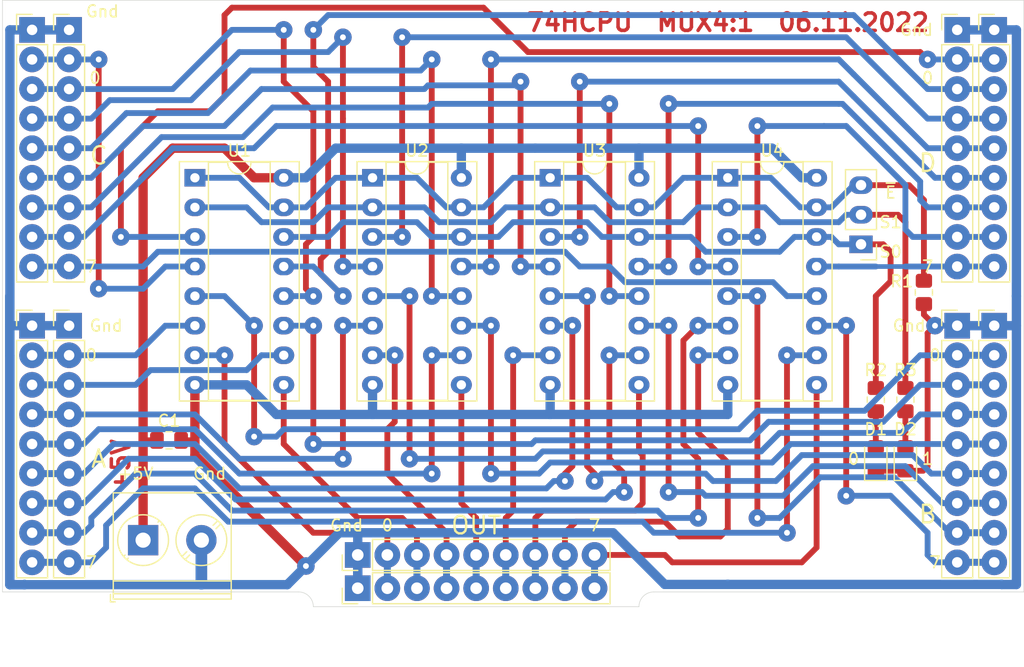
<source format=kicad_pcb>
(kicad_pcb (version 20171130) (host pcbnew "(5.1.8)-1")

  (general
    (thickness 1.6)
    (drawings 39)
    (tracks 558)
    (zones 0)
    (modules 24)
    (nets 48)
  )

  (page A4 portrait)
  (layers
    (0 F.Cu signal)
    (31 B.Cu signal)
    (32 B.Adhes user)
    (33 F.Adhes user)
    (34 B.Paste user)
    (35 F.Paste user)
    (36 B.SilkS user)
    (37 F.SilkS user)
    (38 B.Mask user)
    (39 F.Mask user)
    (40 Dwgs.User user)
    (41 Cmts.User user)
    (42 Eco1.User user)
    (43 Eco2.User user)
    (44 Edge.Cuts user)
    (45 Margin user)
    (46 B.CrtYd user)
    (47 F.CrtYd user)
    (48 B.Fab user)
    (49 F.Fab user)
  )

  (setup
    (last_trace_width 0.5)
    (user_trace_width 0.4)
    (user_trace_width 0.5)
    (user_trace_width 0.6)
    (user_trace_width 0.8)
    (user_trace_width 1)
    (trace_clearance 0.2)
    (zone_clearance 0.508)
    (zone_45_only no)
    (trace_min 0.2)
    (via_size 1.5)
    (via_drill 0.5)
    (via_min_size 0.4)
    (via_min_drill 0.3)
    (user_via 1.5 0.5)
    (uvia_size 0.3)
    (uvia_drill 0.1)
    (uvias_allowed no)
    (uvia_min_size 0.2)
    (uvia_min_drill 0.1)
    (edge_width 0.05)
    (segment_width 0.2)
    (pcb_text_width 0.3)
    (pcb_text_size 1.5 1.5)
    (mod_edge_width 0.12)
    (mod_text_size 1 1)
    (mod_text_width 0.15)
    (pad_size 2.2 1.5)
    (pad_drill 1.1)
    (pad_to_mask_clearance 0)
    (aux_axis_origin 0 0)
    (visible_elements 7FFFFFFF)
    (pcbplotparams
      (layerselection 0x010f0_ffffffff)
      (usegerberextensions false)
      (usegerberattributes true)
      (usegerberadvancedattributes true)
      (creategerberjobfile true)
      (excludeedgelayer true)
      (linewidth 0.100000)
      (plotframeref false)
      (viasonmask false)
      (mode 1)
      (useauxorigin false)
      (hpglpennumber 1)
      (hpglpenspeed 20)
      (hpglpendiameter 15.000000)
      (psnegative false)
      (psa4output false)
      (plotreference true)
      (plotvalue true)
      (plotinvisibletext false)
      (padsonsilk false)
      (subtractmaskfromsilk false)
      (outputformat 1)
      (mirror false)
      (drillshape 0)
      (scaleselection 1)
      (outputdirectory "gerber/"))
  )

  (net 0 "")
  (net 1 VCC)
  (net 2 GND)
  (net 3 /A0)
  (net 4 /A1)
  (net 5 /A2)
  (net 6 /A3)
  (net 7 /A4)
  (net 8 /A5)
  (net 9 /A6)
  (net 10 /A7)
  (net 11 /B7)
  (net 12 /B6)
  (net 13 /B5)
  (net 14 /B4)
  (net 15 /B3)
  (net 16 /B2)
  (net 17 /B1)
  (net 18 /B0)
  (net 19 /C0)
  (net 20 /C1)
  (net 21 /C2)
  (net 22 /C3)
  (net 23 /C4)
  (net 24 /C5)
  (net 25 /C6)
  (net 26 /C7)
  (net 27 /D7)
  (net 28 /D6)
  (net 29 /D5)
  (net 30 /D4)
  (net 31 /D3)
  (net 32 /D2)
  (net 33 /D1)
  (net 34 /D0)
  (net 35 /O0)
  (net 36 /O1)
  (net 37 /O2)
  (net 38 /O3)
  (net 39 /O4)
  (net 40 /O5)
  (net 41 /O6)
  (net 42 /O7)
  (net 43 /~E)
  (net 44 /S1)
  (net 45 /S0)
  (net 46 "Net-(D1-Pad2)")
  (net 47 "Net-(D2-Pad2)")

  (net_class Default "This is the default net class."
    (clearance 0.2)
    (trace_width 0.5)
    (via_dia 1.5)
    (via_drill 0.5)
    (uvia_dia 0.3)
    (uvia_drill 0.1)
    (add_net /A0)
    (add_net /A1)
    (add_net /A2)
    (add_net /A3)
    (add_net /A4)
    (add_net /A5)
    (add_net /A6)
    (add_net /A7)
    (add_net /B0)
    (add_net /B1)
    (add_net /B2)
    (add_net /B3)
    (add_net /B4)
    (add_net /B5)
    (add_net /B6)
    (add_net /B7)
    (add_net /C0)
    (add_net /C1)
    (add_net /C2)
    (add_net /C3)
    (add_net /C4)
    (add_net /C5)
    (add_net /C6)
    (add_net /C7)
    (add_net /D0)
    (add_net /D1)
    (add_net /D2)
    (add_net /D3)
    (add_net /D4)
    (add_net /D5)
    (add_net /D6)
    (add_net /D7)
    (add_net /O0)
    (add_net /O1)
    (add_net /O2)
    (add_net /O3)
    (add_net /O4)
    (add_net /O5)
    (add_net /O6)
    (add_net /O7)
    (add_net /S0)
    (add_net /S1)
    (add_net /~E)
    (add_net GND)
    (add_net "Net-(D1-Pad2)")
    (add_net "Net-(D2-Pad2)")
    (add_net VCC)
  )

  (module Capacitor_SMD:C_0805_2012Metric_Pad1.18x1.45mm_HandSolder (layer F.Cu) (tedit 5F68FEEF) (tstamp 6366E508)
    (at 85.4075 96.2025)
    (descr "Capacitor SMD 0805 (2012 Metric), square (rectangular) end terminal, IPC_7351 nominal with elongated pad for handsoldering. (Body size source: IPC-SM-782 page 76, https://www.pcb-3d.com/wordpress/wp-content/uploads/ipc-sm-782a_amendment_1_and_2.pdf, https://docs.google.com/spreadsheets/d/1BsfQQcO9C6DZCsRaXUlFlo91Tg2WpOkGARC1WS5S8t0/edit?usp=sharing), generated with kicad-footprint-generator")
    (tags "capacitor handsolder")
    (path /6366F825)
    (attr smd)
    (fp_text reference C1 (at 0 -1.68) (layer F.SilkS)
      (effects (font (size 1 1) (thickness 0.15)))
    )
    (fp_text value 0.1uF (at 0 1.68) (layer F.Fab)
      (effects (font (size 1 1) (thickness 0.15)))
    )
    (fp_text user %R (at 0 0) (layer F.Fab)
      (effects (font (size 0.5 0.5) (thickness 0.08)))
    )
    (fp_line (start -1 0.625) (end -1 -0.625) (layer F.Fab) (width 0.1))
    (fp_line (start -1 -0.625) (end 1 -0.625) (layer F.Fab) (width 0.1))
    (fp_line (start 1 -0.625) (end 1 0.625) (layer F.Fab) (width 0.1))
    (fp_line (start 1 0.625) (end -1 0.625) (layer F.Fab) (width 0.1))
    (fp_line (start -0.261252 -0.735) (end 0.261252 -0.735) (layer F.SilkS) (width 0.12))
    (fp_line (start -0.261252 0.735) (end 0.261252 0.735) (layer F.SilkS) (width 0.12))
    (fp_line (start -1.88 0.98) (end -1.88 -0.98) (layer F.CrtYd) (width 0.05))
    (fp_line (start -1.88 -0.98) (end 1.88 -0.98) (layer F.CrtYd) (width 0.05))
    (fp_line (start 1.88 -0.98) (end 1.88 0.98) (layer F.CrtYd) (width 0.05))
    (fp_line (start 1.88 0.98) (end -1.88 0.98) (layer F.CrtYd) (width 0.05))
    (pad 2 smd roundrect (at 1.0375 0) (size 1.175 1.45) (layers F.Cu F.Paste F.Mask) (roundrect_rratio 0.212766)
      (net 2 GND))
    (pad 1 smd roundrect (at -1.0375 0) (size 1.175 1.45) (layers F.Cu F.Paste F.Mask) (roundrect_rratio 0.212766)
      (net 1 VCC))
    (model ${KISYS3DMOD}/Capacitor_SMD.3dshapes/C_0805_2012Metric.wrl
      (at (xyz 0 0 0))
      (scale (xyz 1 1 1))
      (rotate (xyz 0 0 0))
    )
  )

  (module Connector_PinHeader_2.54mm:PinHeader_1x09_P2.54mm_Vertical (layer F.Cu) (tedit 59FED5CC) (tstamp 6362B059)
    (at 101.6 108.9025 90)
    (descr "Through hole straight pin header, 1x09, 2.54mm pitch, single row")
    (tags "Through hole pin header THT 1x09 2.54mm single row")
    (path /6362CA47)
    (fp_text reference J12 (at 0 -2.33 90) (layer F.SilkS) hide
      (effects (font (size 1 1) (thickness 0.15)))
    )
    (fp_text value Conn_01x09_Male (at 0 22.65 90) (layer F.Fab)
      (effects (font (size 1 1) (thickness 0.15)))
    )
    (fp_line (start -0.635 -1.27) (end 1.27 -1.27) (layer F.Fab) (width 0.1))
    (fp_line (start 1.27 -1.27) (end 1.27 21.59) (layer F.Fab) (width 0.1))
    (fp_line (start 1.27 21.59) (end -1.27 21.59) (layer F.Fab) (width 0.1))
    (fp_line (start -1.27 21.59) (end -1.27 -0.635) (layer F.Fab) (width 0.1))
    (fp_line (start -1.27 -0.635) (end -0.635 -1.27) (layer F.Fab) (width 0.1))
    (fp_line (start -1.33 21.65) (end 1.33 21.65) (layer F.SilkS) (width 0.12))
    (fp_line (start -1.33 1.27) (end -1.33 21.65) (layer F.SilkS) (width 0.12))
    (fp_line (start 1.33 1.27) (end 1.33 21.65) (layer F.SilkS) (width 0.12))
    (fp_line (start -1.33 1.27) (end 1.33 1.27) (layer F.SilkS) (width 0.12))
    (fp_line (start -1.33 0) (end -1.33 -1.33) (layer F.SilkS) (width 0.12))
    (fp_line (start -1.33 -1.33) (end 0 -1.33) (layer F.SilkS) (width 0.12))
    (fp_line (start -1.8 -1.8) (end -1.8 22.1) (layer F.CrtYd) (width 0.05))
    (fp_line (start -1.8 22.1) (end 1.8 22.1) (layer F.CrtYd) (width 0.05))
    (fp_line (start 1.8 22.1) (end 1.8 -1.8) (layer F.CrtYd) (width 0.05))
    (fp_line (start 1.8 -1.8) (end -1.8 -1.8) (layer F.CrtYd) (width 0.05))
    (fp_text user %R (at 0 10.16) (layer F.Fab)
      (effects (font (size 1 1) (thickness 0.15)))
    )
    (pad 9 thru_hole oval (at 0 20.32 90) (size 2.2 2.2) (drill 1) (layers *.Cu *.Mask)
      (net 42 /O7))
    (pad 8 thru_hole oval (at 0 17.78 90) (size 2.2 2.2) (drill 1) (layers *.Cu *.Mask)
      (net 41 /O6))
    (pad 7 thru_hole oval (at 0 15.24 90) (size 2.2 2.2) (drill 1) (layers *.Cu *.Mask)
      (net 40 /O5))
    (pad 6 thru_hole oval (at 0 12.7 90) (size 2.2 2.2) (drill 1) (layers *.Cu *.Mask)
      (net 39 /O4))
    (pad 5 thru_hole oval (at 0 10.16 90) (size 2.2 2.2) (drill 1) (layers *.Cu *.Mask)
      (net 38 /O3))
    (pad 4 thru_hole oval (at 0 7.62 90) (size 2.2 2.2) (drill 1) (layers *.Cu *.Mask)
      (net 37 /O2))
    (pad 3 thru_hole oval (at 0 5.08 90) (size 2.2 2.2) (drill 1) (layers *.Cu *.Mask)
      (net 36 /O1))
    (pad 2 thru_hole oval (at 0 2.54 90) (size 2.2 2.2) (drill 1) (layers *.Cu *.Mask)
      (net 35 /O0))
    (pad 1 thru_hole rect (at 0 0 90) (size 2.2 2.2) (drill 1) (layers *.Cu *.Mask)
      (net 2 GND))
    (model ${KISYS3DMOD}/Connector_PinHeader_2.54mm.3dshapes/PinHeader_1x09_P2.54mm_Vertical.wrl
      (at (xyz 0 0 0))
      (scale (xyz 1 1 1))
      (rotate (xyz 0 0 0))
    )
  )

  (module Connector_PinHeader_2.54mm:PinHeader_1x09_P2.54mm_Vertical (layer F.Cu) (tedit 59FED5CC) (tstamp 62E2897F)
    (at 156.21 60.96)
    (descr "Through hole straight pin header, 1x09, 2.54mm pitch, single row")
    (tags "Through hole pin header THT 1x09 2.54mm single row")
    (path /62E33219)
    (fp_text reference J11 (at 0 -2.33) (layer F.SilkS) hide
      (effects (font (size 1 1) (thickness 0.15)))
    )
    (fp_text value Conn_01x09_Male (at -1.27 10.16 90) (layer F.Fab)
      (effects (font (size 1 1) (thickness 0.15)))
    )
    (fp_line (start 1.8 -1.8) (end -1.8 -1.8) (layer F.CrtYd) (width 0.05))
    (fp_line (start 1.8 22.1) (end 1.8 -1.8) (layer F.CrtYd) (width 0.05))
    (fp_line (start -1.8 22.1) (end 1.8 22.1) (layer F.CrtYd) (width 0.05))
    (fp_line (start -1.8 -1.8) (end -1.8 22.1) (layer F.CrtYd) (width 0.05))
    (fp_line (start -1.33 -1.33) (end 0 -1.33) (layer F.SilkS) (width 0.12))
    (fp_line (start -1.33 0) (end -1.33 -1.33) (layer F.SilkS) (width 0.12))
    (fp_line (start -1.33 1.27) (end 1.33 1.27) (layer F.SilkS) (width 0.12))
    (fp_line (start 1.33 1.27) (end 1.33 21.65) (layer F.SilkS) (width 0.12))
    (fp_line (start -1.33 1.27) (end -1.33 21.65) (layer F.SilkS) (width 0.12))
    (fp_line (start -1.33 21.65) (end 1.33 21.65) (layer F.SilkS) (width 0.12))
    (fp_line (start -1.27 -0.635) (end -0.635 -1.27) (layer F.Fab) (width 0.1))
    (fp_line (start -1.27 21.59) (end -1.27 -0.635) (layer F.Fab) (width 0.1))
    (fp_line (start 1.27 21.59) (end -1.27 21.59) (layer F.Fab) (width 0.1))
    (fp_line (start 1.27 -1.27) (end 1.27 21.59) (layer F.Fab) (width 0.1))
    (fp_line (start -0.635 -1.27) (end 1.27 -1.27) (layer F.Fab) (width 0.1))
    (fp_text user %R (at 0 10.16 90) (layer F.Fab)
      (effects (font (size 1 1) (thickness 0.15)))
    )
    (pad 9 thru_hole oval (at 0 20.32) (size 2.2 2.2) (drill 0.9) (layers *.Cu *.Mask)
      (net 27 /D7))
    (pad 8 thru_hole oval (at 0 17.78) (size 2.2 2.2) (drill 0.9) (layers *.Cu *.Mask)
      (net 28 /D6))
    (pad 7 thru_hole oval (at 0 15.24) (size 2.2 2.2) (drill 0.9) (layers *.Cu *.Mask)
      (net 29 /D5))
    (pad 6 thru_hole oval (at 0 12.7) (size 2.2 2.2) (drill 0.9) (layers *.Cu *.Mask)
      (net 30 /D4))
    (pad 5 thru_hole oval (at 0 10.16) (size 2.2 2.2) (drill 0.9) (layers *.Cu *.Mask)
      (net 31 /D3))
    (pad 4 thru_hole oval (at 0 7.62) (size 2.2 2.2) (drill 0.9) (layers *.Cu *.Mask)
      (net 32 /D2))
    (pad 3 thru_hole oval (at 0 5.08) (size 2.2 2.2) (drill 0.9) (layers *.Cu *.Mask)
      (net 33 /D1))
    (pad 2 thru_hole oval (at 0 2.54) (size 2.2 2.2) (drill 0.9) (layers *.Cu *.Mask)
      (net 34 /D0))
    (pad 1 thru_hole rect (at 0 0) (size 2.2 2.2) (drill 0.9) (layers *.Cu *.Mask)
      (net 2 GND))
    (model ${KISYS3DMOD}/Connector_PinHeader_2.54mm.3dshapes/PinHeader_1x09_P2.54mm_Vertical.wrl
      (at (xyz 0 0 0))
      (scale (xyz 1 1 1))
      (rotate (xyz 0 0 0))
    )
  )

  (module Connector_PinHeader_2.54mm:PinHeader_1x09_P2.54mm_Vertical (layer F.Cu) (tedit 59FED5CC) (tstamp 62E28962)
    (at 73.66 60.96)
    (descr "Through hole straight pin header, 1x09, 2.54mm pitch, single row")
    (tags "Through hole pin header THT 1x09 2.54mm single row")
    (path /62E33213)
    (fp_text reference J10 (at 5.715 -1.27) (layer F.SilkS) hide
      (effects (font (size 1 1) (thickness 0.15)))
    )
    (fp_text value Conn_01x09_Male (at 1.905 9.525 90) (layer F.Fab)
      (effects (font (size 1 1) (thickness 0.15)))
    )
    (fp_line (start 1.8 -1.8) (end -1.8 -1.8) (layer F.CrtYd) (width 0.05))
    (fp_line (start 1.8 22.1) (end 1.8 -1.8) (layer F.CrtYd) (width 0.05))
    (fp_line (start -1.8 22.1) (end 1.8 22.1) (layer F.CrtYd) (width 0.05))
    (fp_line (start -1.8 -1.8) (end -1.8 22.1) (layer F.CrtYd) (width 0.05))
    (fp_line (start -1.33 -1.33) (end 0 -1.33) (layer F.SilkS) (width 0.12))
    (fp_line (start -1.33 0) (end -1.33 -1.33) (layer F.SilkS) (width 0.12))
    (fp_line (start -1.33 1.27) (end 1.33 1.27) (layer F.SilkS) (width 0.12))
    (fp_line (start 1.33 1.27) (end 1.33 21.65) (layer F.SilkS) (width 0.12))
    (fp_line (start -1.33 1.27) (end -1.33 21.65) (layer F.SilkS) (width 0.12))
    (fp_line (start -1.33 21.65) (end 1.33 21.65) (layer F.SilkS) (width 0.12))
    (fp_line (start -1.27 -0.635) (end -0.635 -1.27) (layer F.Fab) (width 0.1))
    (fp_line (start -1.27 21.59) (end -1.27 -0.635) (layer F.Fab) (width 0.1))
    (fp_line (start 1.27 21.59) (end -1.27 21.59) (layer F.Fab) (width 0.1))
    (fp_line (start 1.27 -1.27) (end 1.27 21.59) (layer F.Fab) (width 0.1))
    (fp_line (start -0.635 -1.27) (end 1.27 -1.27) (layer F.Fab) (width 0.1))
    (fp_text user %R (at 0 10.16 90) (layer F.Fab)
      (effects (font (size 1 1) (thickness 0.15)))
    )
    (pad 9 thru_hole oval (at 0 20.32) (size 2.2 2.2) (drill 0.9) (layers *.Cu *.Mask)
      (net 26 /C7))
    (pad 8 thru_hole oval (at 0 17.78) (size 2.2 2.2) (drill 0.9) (layers *.Cu *.Mask)
      (net 25 /C6))
    (pad 7 thru_hole oval (at 0 15.24) (size 2.2 2.2) (drill 0.9) (layers *.Cu *.Mask)
      (net 24 /C5))
    (pad 6 thru_hole oval (at 0 12.7) (size 2.2 2.2) (drill 0.9) (layers *.Cu *.Mask)
      (net 23 /C4))
    (pad 5 thru_hole oval (at 0 10.16) (size 2.2 2.2) (drill 0.9) (layers *.Cu *.Mask)
      (net 22 /C3))
    (pad 4 thru_hole oval (at 0 7.62) (size 2.2 2.2) (drill 0.9) (layers *.Cu *.Mask)
      (net 21 /C2))
    (pad 3 thru_hole oval (at 0 5.08) (size 2.2 2.2) (drill 0.9) (layers *.Cu *.Mask)
      (net 20 /C1))
    (pad 2 thru_hole oval (at 0 2.54) (size 2.2 2.2) (drill 0.9) (layers *.Cu *.Mask)
      (net 19 /C0))
    (pad 1 thru_hole rect (at 0 0) (size 2.2 2.2) (drill 0.9) (layers *.Cu *.Mask)
      (net 2 GND))
    (model ${KISYS3DMOD}/Connector_PinHeader_2.54mm.3dshapes/PinHeader_1x09_P2.54mm_Vertical.wrl
      (at (xyz 0 0 0))
      (scale (xyz 1 1 1))
      (rotate (xyz 0 0 0))
    )
  )

  (module Connector_PinHeader_2.54mm:PinHeader_1x09_P2.54mm_Vertical (layer F.Cu) (tedit 59FED5CC) (tstamp 62E28945)
    (at 156.21 86.36)
    (descr "Through hole straight pin header, 1x09, 2.54mm pitch, single row")
    (tags "Through hole pin header THT 1x09 2.54mm single row")
    (path /62E3320D)
    (fp_text reference J9 (at 0 -2.33) (layer F.SilkS) hide
      (effects (font (size 1 1) (thickness 0.15)))
    )
    (fp_text value Conn_01x09_Male (at 1.27 10.16 90) (layer F.Fab)
      (effects (font (size 1 1) (thickness 0.15)))
    )
    (fp_line (start 1.8 -1.8) (end -1.8 -1.8) (layer F.CrtYd) (width 0.05))
    (fp_line (start 1.8 22.1) (end 1.8 -1.8) (layer F.CrtYd) (width 0.05))
    (fp_line (start -1.8 22.1) (end 1.8 22.1) (layer F.CrtYd) (width 0.05))
    (fp_line (start -1.8 -1.8) (end -1.8 22.1) (layer F.CrtYd) (width 0.05))
    (fp_line (start -1.33 -1.33) (end 0 -1.33) (layer F.SilkS) (width 0.12))
    (fp_line (start -1.33 0) (end -1.33 -1.33) (layer F.SilkS) (width 0.12))
    (fp_line (start -1.33 1.27) (end 1.33 1.27) (layer F.SilkS) (width 0.12))
    (fp_line (start 1.33 1.27) (end 1.33 21.65) (layer F.SilkS) (width 0.12))
    (fp_line (start -1.33 1.27) (end -1.33 21.65) (layer F.SilkS) (width 0.12))
    (fp_line (start -1.33 21.65) (end 1.33 21.65) (layer F.SilkS) (width 0.12))
    (fp_line (start -1.27 -0.635) (end -0.635 -1.27) (layer F.Fab) (width 0.1))
    (fp_line (start -1.27 21.59) (end -1.27 -0.635) (layer F.Fab) (width 0.1))
    (fp_line (start 1.27 21.59) (end -1.27 21.59) (layer F.Fab) (width 0.1))
    (fp_line (start 1.27 -1.27) (end 1.27 21.59) (layer F.Fab) (width 0.1))
    (fp_line (start -0.635 -1.27) (end 1.27 -1.27) (layer F.Fab) (width 0.1))
    (fp_text user %R (at 0 10.16 90) (layer F.Fab)
      (effects (font (size 1 1) (thickness 0.15)))
    )
    (pad 9 thru_hole oval (at 0 20.32) (size 2.2 2.2) (drill 0.9) (layers *.Cu *.Mask)
      (net 11 /B7))
    (pad 8 thru_hole oval (at 0 17.78) (size 2.2 2.2) (drill 0.9) (layers *.Cu *.Mask)
      (net 12 /B6))
    (pad 7 thru_hole oval (at 0 15.24) (size 2.2 2.2) (drill 0.9) (layers *.Cu *.Mask)
      (net 13 /B5))
    (pad 6 thru_hole oval (at 0 12.7) (size 2.2 2.2) (drill 0.9) (layers *.Cu *.Mask)
      (net 14 /B4))
    (pad 5 thru_hole oval (at 0 10.16) (size 2.2 2.2) (drill 0.9) (layers *.Cu *.Mask)
      (net 15 /B3))
    (pad 4 thru_hole oval (at 0 7.62) (size 2.2 2.2) (drill 0.9) (layers *.Cu *.Mask)
      (net 16 /B2))
    (pad 3 thru_hole oval (at 0 5.08) (size 2.2 2.2) (drill 0.9) (layers *.Cu *.Mask)
      (net 17 /B1))
    (pad 2 thru_hole oval (at 0 2.54) (size 2.2 2.2) (drill 0.9) (layers *.Cu *.Mask)
      (net 18 /B0))
    (pad 1 thru_hole rect (at 0 0) (size 2.2 2.2) (drill 0.9) (layers *.Cu *.Mask)
      (net 2 GND))
    (model ${KISYS3DMOD}/Connector_PinHeader_2.54mm.3dshapes/PinHeader_1x09_P2.54mm_Vertical.wrl
      (at (xyz 0 0 0))
      (scale (xyz 1 1 1))
      (rotate (xyz 0 0 0))
    )
  )

  (module Connector_PinHeader_2.54mm:PinHeader_1x09_P2.54mm_Vertical (layer F.Cu) (tedit 59FED5CC) (tstamp 62E28928)
    (at 73.66 86.36)
    (descr "Through hole straight pin header, 1x09, 2.54mm pitch, single row")
    (tags "Through hole pin header THT 1x09 2.54mm single row")
    (path /62E33207)
    (fp_text reference J8 (at 0 -2.33) (layer F.SilkS) hide
      (effects (font (size 1 1) (thickness 0.15)))
    )
    (fp_text value Conn_01x09_Male (at -1.905 10.16 90) (layer F.Fab)
      (effects (font (size 1 1) (thickness 0.15)))
    )
    (fp_line (start 1.8 -1.8) (end -1.8 -1.8) (layer F.CrtYd) (width 0.05))
    (fp_line (start 1.8 22.1) (end 1.8 -1.8) (layer F.CrtYd) (width 0.05))
    (fp_line (start -1.8 22.1) (end 1.8 22.1) (layer F.CrtYd) (width 0.05))
    (fp_line (start -1.8 -1.8) (end -1.8 22.1) (layer F.CrtYd) (width 0.05))
    (fp_line (start -1.33 -1.33) (end 0 -1.33) (layer F.SilkS) (width 0.12))
    (fp_line (start -1.33 0) (end -1.33 -1.33) (layer F.SilkS) (width 0.12))
    (fp_line (start -1.33 1.27) (end 1.33 1.27) (layer F.SilkS) (width 0.12))
    (fp_line (start 1.33 1.27) (end 1.33 21.65) (layer F.SilkS) (width 0.12))
    (fp_line (start -1.33 1.27) (end -1.33 21.65) (layer F.SilkS) (width 0.12))
    (fp_line (start -1.33 21.65) (end 1.33 21.65) (layer F.SilkS) (width 0.12))
    (fp_line (start -1.27 -0.635) (end -0.635 -1.27) (layer F.Fab) (width 0.1))
    (fp_line (start -1.27 21.59) (end -1.27 -0.635) (layer F.Fab) (width 0.1))
    (fp_line (start 1.27 21.59) (end -1.27 21.59) (layer F.Fab) (width 0.1))
    (fp_line (start 1.27 -1.27) (end 1.27 21.59) (layer F.Fab) (width 0.1))
    (fp_line (start -0.635 -1.27) (end 1.27 -1.27) (layer F.Fab) (width 0.1))
    (fp_text user %R (at 0 10.16 90) (layer F.Fab)
      (effects (font (size 1 1) (thickness 0.15)))
    )
    (pad 9 thru_hole oval (at 0 20.32) (size 2.2 2.2) (drill 0.9) (layers *.Cu *.Mask)
      (net 10 /A7))
    (pad 8 thru_hole oval (at 0 17.78) (size 2.2 2.2) (drill 0.9) (layers *.Cu *.Mask)
      (net 9 /A6))
    (pad 7 thru_hole oval (at 0 15.24) (size 2.2 2.2) (drill 0.9) (layers *.Cu *.Mask)
      (net 8 /A5))
    (pad 6 thru_hole oval (at 0 12.7) (size 2.2 2.2) (drill 0.9) (layers *.Cu *.Mask)
      (net 7 /A4))
    (pad 5 thru_hole oval (at 0 10.16) (size 2.2 2.2) (drill 0.9) (layers *.Cu *.Mask)
      (net 6 /A3))
    (pad 4 thru_hole oval (at 0 7.62) (size 2.2 2.2) (drill 0.9) (layers *.Cu *.Mask)
      (net 5 /A2))
    (pad 3 thru_hole oval (at 0 5.08) (size 2.2 2.2) (drill 0.9) (layers *.Cu *.Mask)
      (net 4 /A1))
    (pad 2 thru_hole oval (at 0 2.54) (size 2.2 2.2) (drill 0.9) (layers *.Cu *.Mask)
      (net 3 /A0))
    (pad 1 thru_hole rect (at 0 0) (size 2.2 2.2) (drill 0.9) (layers *.Cu *.Mask)
      (net 2 GND))
    (model ${KISYS3DMOD}/Connector_PinHeader_2.54mm.3dshapes/PinHeader_1x09_P2.54mm_Vertical.wrl
      (at (xyz 0 0 0))
      (scale (xyz 1 1 1))
      (rotate (xyz 0 0 0))
    )
  )

  (module Package_DIP:DIP-16_W7.62mm_Socket (layer F.Cu) (tedit 5A02E8C5) (tstamp 62E17A5C)
    (at 102.87 73.66)
    (descr "16-lead though-hole mounted DIP package, row spacing 7.62 mm (300 mils), Socket")
    (tags "THT DIP DIL PDIP 2.54mm 7.62mm 300mil Socket")
    (path /62E122CC)
    (fp_text reference U2 (at 3.81 -2.33) (layer F.SilkS)
      (effects (font (size 1 1) (thickness 0.15)))
    )
    (fp_text value 74LS153 (at 3.81 20.11) (layer F.Fab)
      (effects (font (size 1 1) (thickness 0.15)))
    )
    (fp_line (start 1.635 -1.27) (end 6.985 -1.27) (layer F.Fab) (width 0.1))
    (fp_line (start 6.985 -1.27) (end 6.985 19.05) (layer F.Fab) (width 0.1))
    (fp_line (start 6.985 19.05) (end 0.635 19.05) (layer F.Fab) (width 0.1))
    (fp_line (start 0.635 19.05) (end 0.635 -0.27) (layer F.Fab) (width 0.1))
    (fp_line (start 0.635 -0.27) (end 1.635 -1.27) (layer F.Fab) (width 0.1))
    (fp_line (start -1.27 -1.33) (end -1.27 19.11) (layer F.Fab) (width 0.1))
    (fp_line (start -1.27 19.11) (end 8.89 19.11) (layer F.Fab) (width 0.1))
    (fp_line (start 8.89 19.11) (end 8.89 -1.33) (layer F.Fab) (width 0.1))
    (fp_line (start 8.89 -1.33) (end -1.27 -1.33) (layer F.Fab) (width 0.1))
    (fp_line (start 2.81 -1.33) (end 1.16 -1.33) (layer F.SilkS) (width 0.12))
    (fp_line (start 1.16 -1.33) (end 1.16 19.11) (layer F.SilkS) (width 0.12))
    (fp_line (start 1.16 19.11) (end 6.46 19.11) (layer F.SilkS) (width 0.12))
    (fp_line (start 6.46 19.11) (end 6.46 -1.33) (layer F.SilkS) (width 0.12))
    (fp_line (start 6.46 -1.33) (end 4.81 -1.33) (layer F.SilkS) (width 0.12))
    (fp_line (start -1.33 -1.39) (end -1.33 19.17) (layer F.SilkS) (width 0.12))
    (fp_line (start -1.33 19.17) (end 8.95 19.17) (layer F.SilkS) (width 0.12))
    (fp_line (start 8.95 19.17) (end 8.95 -1.39) (layer F.SilkS) (width 0.12))
    (fp_line (start 8.95 -1.39) (end -1.33 -1.39) (layer F.SilkS) (width 0.12))
    (fp_line (start -1.55 -1.6) (end -1.55 19.4) (layer F.CrtYd) (width 0.05))
    (fp_line (start -1.55 19.4) (end 9.15 19.4) (layer F.CrtYd) (width 0.05))
    (fp_line (start 9.15 19.4) (end 9.15 -1.6) (layer F.CrtYd) (width 0.05))
    (fp_line (start 9.15 -1.6) (end -1.55 -1.6) (layer F.CrtYd) (width 0.05))
    (fp_text user %R (at 3.81 8.89) (layer F.Fab)
      (effects (font (size 1 1) (thickness 0.15)))
    )
    (fp_arc (start 3.81 -1.33) (end 2.81 -1.33) (angle -180) (layer F.SilkS) (width 0.12))
    (pad 16 thru_hole oval (at 7.62 0) (size 1.8 1.5) (drill 0.8) (layers *.Cu *.Mask)
      (net 1 VCC))
    (pad 8 thru_hole oval (at 0 17.78) (size 1.8 1.5) (drill 0.8) (layers *.Cu *.Mask)
      (net 2 GND))
    (pad 15 thru_hole oval (at 7.62 2.54) (size 1.8 1.5) (drill 0.8) (layers *.Cu *.Mask)
      (net 43 /~E))
    (pad 7 thru_hole oval (at 0 15.24) (size 1.8 1.5) (drill 0.8) (layers *.Cu *.Mask)
      (net 37 /O2))
    (pad 14 thru_hole oval (at 7.62 5.08) (size 1.8 1.5) (drill 0.8) (layers *.Cu *.Mask)
      (net 45 /S0))
    (pad 6 thru_hole oval (at 0 12.7) (size 1.8 1.5) (drill 0.8) (layers *.Cu *.Mask)
      (net 5 /A2))
    (pad 13 thru_hole oval (at 7.62 7.62) (size 1.8 1.5) (drill 0.8) (layers *.Cu *.Mask)
      (net 31 /D3))
    (pad 5 thru_hole oval (at 0 10.16) (size 1.8 1.5) (drill 0.8) (layers *.Cu *.Mask)
      (net 16 /B2))
    (pad 12 thru_hole oval (at 7.62 10.16) (size 1.8 1.5) (drill 0.8) (layers *.Cu *.Mask)
      (net 22 /C3))
    (pad 4 thru_hole oval (at 0 7.62) (size 1.8 1.5) (drill 0.8) (layers *.Cu *.Mask)
      (net 21 /C2))
    (pad 11 thru_hole oval (at 7.62 12.7) (size 1.8 1.5) (drill 0.8) (layers *.Cu *.Mask)
      (net 15 /B3))
    (pad 3 thru_hole oval (at 0 5.08) (size 1.8 1.5) (drill 0.8) (layers *.Cu *.Mask)
      (net 32 /D2))
    (pad 10 thru_hole oval (at 7.62 15.24) (size 1.8 1.5) (drill 0.8) (layers *.Cu *.Mask)
      (net 6 /A3))
    (pad 2 thru_hole oval (at 0 2.54) (size 1.8 1.5) (drill 0.8) (layers *.Cu *.Mask)
      (net 44 /S1))
    (pad 9 thru_hole oval (at 7.62 17.78) (size 1.8 1.5) (drill 0.8) (layers *.Cu *.Mask)
      (net 38 /O3))
    (pad 1 thru_hole rect (at 0 0) (size 1.8 1.5) (drill 0.8) (layers *.Cu *.Mask)
      (net 43 /~E))
    (model ${KISYS3DMOD}/Package_DIP.3dshapes/DIP-16_W7.62mm_Socket.wrl
      (at (xyz 0 0 0))
      (scale (xyz 1 1 1))
      (rotate (xyz 0 0 0))
    )
  )

  (module Resistor_SMD:R_0805_2012Metric_Pad1.20x1.40mm_HandSolder (layer F.Cu) (tedit 5F68FEEE) (tstamp 62E187BA)
    (at 150.1775 83.5025 270)
    (descr "Resistor SMD 0805 (2012 Metric), square (rectangular) end terminal, IPC_7351 nominal with elongated pad for handsoldering. (Body size source: IPC-SM-782 page 72, https://www.pcb-3d.com/wordpress/wp-content/uploads/ipc-sm-782a_amendment_1_and_2.pdf), generated with kicad-footprint-generator")
    (tags "resistor handsolder")
    (path /62E1F3C7)
    (attr smd)
    (fp_text reference R1 (at -0.9525 1.905) (layer F.SilkS)
      (effects (font (size 1 1) (thickness 0.15)))
    )
    (fp_text value 10k (at 0 1.65 270) (layer F.Fab)
      (effects (font (size 1 1) (thickness 0.15)))
    )
    (fp_line (start 1.85 0.95) (end -1.85 0.95) (layer F.CrtYd) (width 0.05))
    (fp_line (start 1.85 -0.95) (end 1.85 0.95) (layer F.CrtYd) (width 0.05))
    (fp_line (start -1.85 -0.95) (end 1.85 -0.95) (layer F.CrtYd) (width 0.05))
    (fp_line (start -1.85 0.95) (end -1.85 -0.95) (layer F.CrtYd) (width 0.05))
    (fp_line (start -0.227064 0.735) (end 0.227064 0.735) (layer F.SilkS) (width 0.12))
    (fp_line (start -0.227064 -0.735) (end 0.227064 -0.735) (layer F.SilkS) (width 0.12))
    (fp_line (start 1 0.625) (end -1 0.625) (layer F.Fab) (width 0.1))
    (fp_line (start 1 -0.625) (end 1 0.625) (layer F.Fab) (width 0.1))
    (fp_line (start -1 -0.625) (end 1 -0.625) (layer F.Fab) (width 0.1))
    (fp_line (start -1 0.625) (end -1 -0.625) (layer F.Fab) (width 0.1))
    (fp_text user %R (at 0 0 270) (layer F.Fab)
      (effects (font (size 0.5 0.5) (thickness 0.08)))
    )
    (pad 2 smd roundrect (at 1 0 270) (size 1.2 1.4) (layers F.Cu F.Paste F.Mask) (roundrect_rratio 0.2083325)
      (net 2 GND))
    (pad 1 smd roundrect (at -1 0 270) (size 1.2 1.4) (layers F.Cu F.Paste F.Mask) (roundrect_rratio 0.2083325)
      (net 43 /~E))
    (model ${KISYS3DMOD}/Resistor_SMD.3dshapes/R_0805_2012Metric.wrl
      (at (xyz 0 0 0))
      (scale (xyz 1 1 1))
      (rotate (xyz 0 0 0))
    )
  )

  (module Connector_PinHeader_2.54mm:PinHeader_1x03_P2.54mm_Vertical (layer F.Cu) (tedit 59FED5CC) (tstamp 62E187A9)
    (at 144.78 79.375 180)
    (descr "Through hole straight pin header, 1x03, 2.54mm pitch, single row")
    (tags "Through hole pin header THT 1x03 2.54mm single row")
    (path /62E1D5C5)
    (fp_text reference J7 (at 0 -2.33) (layer F.SilkS) hide
      (effects (font (size 1 1) (thickness 0.15)))
    )
    (fp_text value Conn_01x03_Male (at 0 7.41) (layer F.Fab)
      (effects (font (size 1 1) (thickness 0.15)))
    )
    (fp_line (start 1.8 -1.8) (end -1.8 -1.8) (layer F.CrtYd) (width 0.05))
    (fp_line (start 1.8 6.85) (end 1.8 -1.8) (layer F.CrtYd) (width 0.05))
    (fp_line (start -1.8 6.85) (end 1.8 6.85) (layer F.CrtYd) (width 0.05))
    (fp_line (start -1.8 -1.8) (end -1.8 6.85) (layer F.CrtYd) (width 0.05))
    (fp_line (start -1.33 -1.33) (end 0 -1.33) (layer F.SilkS) (width 0.12))
    (fp_line (start -1.33 0) (end -1.33 -1.33) (layer F.SilkS) (width 0.12))
    (fp_line (start -1.33 1.27) (end 1.33 1.27) (layer F.SilkS) (width 0.12))
    (fp_line (start 1.33 1.27) (end 1.33 6.41) (layer F.SilkS) (width 0.12))
    (fp_line (start -1.33 1.27) (end -1.33 6.41) (layer F.SilkS) (width 0.12))
    (fp_line (start -1.33 6.41) (end 1.33 6.41) (layer F.SilkS) (width 0.12))
    (fp_line (start -1.27 -0.635) (end -0.635 -1.27) (layer F.Fab) (width 0.1))
    (fp_line (start -1.27 6.35) (end -1.27 -0.635) (layer F.Fab) (width 0.1))
    (fp_line (start 1.27 6.35) (end -1.27 6.35) (layer F.Fab) (width 0.1))
    (fp_line (start 1.27 -1.27) (end 1.27 6.35) (layer F.Fab) (width 0.1))
    (fp_line (start -0.635 -1.27) (end 1.27 -1.27) (layer F.Fab) (width 0.1))
    (fp_text user %R (at 0 2.54 90) (layer F.Fab)
      (effects (font (size 1 1) (thickness 0.15)))
    )
    (pad 3 thru_hole oval (at 0 5.08 180) (size 2 1.5) (drill 0.9) (layers *.Cu *.Mask)
      (net 43 /~E))
    (pad 2 thru_hole oval (at 0 2.54 180) (size 2 1.5) (drill 0.9) (layers *.Cu *.Mask)
      (net 44 /S1))
    (pad 1 thru_hole rect (at 0 0 180) (size 2 1.5) (drill 0.9) (layers *.Cu *.Mask)
      (net 45 /S0))
    (model ${KISYS3DMOD}/Connector_PinHeader_2.54mm.3dshapes/PinHeader_1x03_P2.54mm_Vertical.wrl
      (at (xyz 0 0 0))
      (scale (xyz 1 1 1))
      (rotate (xyz 0 0 0))
    )
  )

  (module MountingHole:MountingHole_3.2mm_M3 (layer F.Cu) (tedit 56D1B4CB) (tstamp 62E1859D)
    (at 83.82 62.23)
    (descr "Mounting Hole 3.2mm, no annular, M3")
    (tags "mounting hole 3.2mm no annular m3")
    (path /62E202A1)
    (attr virtual)
    (fp_text reference H1 (at 2.54 -2.54) (layer F.SilkS) hide
      (effects (font (size 1 1) (thickness 0.15)))
    )
    (fp_text value MountingHole (at 0 4.2) (layer F.Fab)
      (effects (font (size 1 1) (thickness 0.15)))
    )
    (fp_circle (center 0 0) (end 3.45 0) (layer F.CrtYd) (width 0.05))
    (fp_circle (center 0 0) (end 3.2 0) (layer Cmts.User) (width 0.15))
    (fp_text user %R (at 0.3 0) (layer F.Fab)
      (effects (font (size 1 1) (thickness 0.15)))
    )
    (pad 1 np_thru_hole circle (at 0 0) (size 3.2 3.2) (drill 3.2) (layers *.Cu *.Mask))
  )

  (module MountingHole:MountingHole_3.2mm_M3 (layer F.Cu) (tedit 56D1B4CB) (tstamp 62E17939)
    (at 146.05 105.41)
    (descr "Mounting Hole 3.2mm, no annular, M3")
    (tags "mounting hole 3.2mm no annular m3")
    (path /62E20901)
    (attr virtual)
    (fp_text reference H2 (at 0 -4.2) (layer F.SilkS) hide
      (effects (font (size 1 1) (thickness 0.15)))
    )
    (fp_text value MountingHole (at 0 2.54) (layer F.Fab)
      (effects (font (size 1 1) (thickness 0.15)))
    )
    (fp_circle (center 0 0) (end 3.2 0) (layer Cmts.User) (width 0.15))
    (fp_circle (center 0 0) (end 3.45 0) (layer F.CrtYd) (width 0.05))
    (fp_text user %R (at 0.3 0) (layer F.Fab)
      (effects (font (size 1 1) (thickness 0.15)))
    )
    (pad 1 np_thru_hole circle (at 0 0) (size 3.2 3.2) (drill 3.2) (layers *.Cu *.Mask))
  )

  (module TerminalBlock_Phoenix:TerminalBlock_Phoenix_PT-1,5-2-5.0-H_1x02_P5.00mm_Horizontal (layer F.Cu) (tedit 62E12323) (tstamp 62E182FD)
    (at 83.185 104.775)
    (descr "Terminal Block Phoenix PT-1,5-2-5.0-H, 2 pins, pitch 5mm, size 10x9mm^2, drill diamater 1.3mm, pad diameter 2.6mm, see http://www.mouser.com/ds/2/324/ItemDetail_1935161-922578.pdf, script-generated using https://github.com/pointhi/kicad-footprint-generator/scripts/TerminalBlock_Phoenix")
    (tags "THT Terminal Block Phoenix PT-1,5-2-5.0-H pitch 5mm size 10x9mm^2 drill 1.3mm pad 2.6mm")
    (path /62E1EF2D)
    (fp_text reference J1 (at 2.5 -5.06) (layer F.SilkS) hide
      (effects (font (size 1 1) (thickness 0.15)))
    )
    (fp_text value Screw_Terminal_01x02 (at 3.175 2.8575) (layer F.Fab)
      (effects (font (size 1 1) (thickness 0.15)))
    )
    (fp_line (start 8 -4.5) (end -3 -4.5) (layer F.CrtYd) (width 0.05))
    (fp_line (start 8 5.5) (end 8 -4.5) (layer F.CrtYd) (width 0.05))
    (fp_line (start -3 5.5) (end 8 5.5) (layer F.CrtYd) (width 0.05))
    (fp_line (start -3 -4.5) (end -3 5.5) (layer F.CrtYd) (width 0.05))
    (fp_line (start -2.8 5.3) (end -2.4 5.3) (layer F.SilkS) (width 0.12))
    (fp_line (start -2.8 4.66) (end -2.8 5.3) (layer F.SilkS) (width 0.12))
    (fp_line (start 3.742 0.992) (end 3.347 1.388) (layer F.SilkS) (width 0.12))
    (fp_line (start 6.388 -1.654) (end 6.008 -1.274) (layer F.SilkS) (width 0.12))
    (fp_line (start 3.993 1.274) (end 3.613 1.654) (layer F.SilkS) (width 0.12))
    (fp_line (start 6.654 -1.388) (end 6.259 -0.992) (layer F.SilkS) (width 0.12))
    (fp_line (start 6.273 -1.517) (end 3.484 1.273) (layer F.Fab) (width 0.1))
    (fp_line (start 6.517 -1.273) (end 3.728 1.517) (layer F.Fab) (width 0.1))
    (fp_line (start -1.548 1.281) (end -1.654 1.388) (layer F.SilkS) (width 0.12))
    (fp_line (start 1.388 -1.654) (end 1.281 -1.547) (layer F.SilkS) (width 0.12))
    (fp_line (start -1.282 1.547) (end -1.388 1.654) (layer F.SilkS) (width 0.12))
    (fp_line (start 1.654 -1.388) (end 1.547 -1.281) (layer F.SilkS) (width 0.12))
    (fp_line (start 1.273 -1.517) (end -1.517 1.273) (layer F.Fab) (width 0.1))
    (fp_line (start 1.517 -1.273) (end -1.273 1.517) (layer F.Fab) (width 0.1))
    (fp_line (start 7.56 -4.06) (end 7.56 5.06) (layer F.SilkS) (width 0.12))
    (fp_line (start -2.56 -4.06) (end -2.56 5.06) (layer F.SilkS) (width 0.12))
    (fp_line (start -2.56 5.06) (end 7.56 5.06) (layer F.SilkS) (width 0.12))
    (fp_line (start -2.56 -4.06) (end 7.56 -4.06) (layer F.SilkS) (width 0.12))
    (fp_line (start -2.56 3.5) (end 7.56 3.5) (layer F.SilkS) (width 0.12))
    (fp_line (start -2.5 3.5) (end 7.5 3.5) (layer F.Fab) (width 0.1))
    (fp_line (start -2.56 4.6) (end 7.56 4.6) (layer F.SilkS) (width 0.12))
    (fp_line (start -2.5 4.6) (end 7.5 4.6) (layer F.Fab) (width 0.1))
    (fp_line (start -2.5 4.6) (end -2.5 -4) (layer F.Fab) (width 0.1))
    (fp_line (start -2.1 5) (end -2.5 4.6) (layer F.Fab) (width 0.1))
    (fp_line (start 7.5 5) (end -2.1 5) (layer F.Fab) (width 0.1))
    (fp_line (start 7.5 -4) (end 7.5 5) (layer F.Fab) (width 0.1))
    (fp_line (start -2.5 -4) (end 7.5 -4) (layer F.Fab) (width 0.1))
    (fp_circle (center 5 0) (end 7.18 0) (layer F.SilkS) (width 0.12))
    (fp_circle (center 5 0) (end 7 0) (layer F.Fab) (width 0.1))
    (fp_circle (center 0 0) (end 2.18 0) (layer F.SilkS) (width 0.12))
    (fp_circle (center 0 0) (end 2 0) (layer F.Fab) (width 0.1))
    (fp_text user %R (at 2.5 2.9) (layer F.Fab)
      (effects (font (size 1 1) (thickness 0.15)))
    )
    (pad 1 thru_hole rect (at 0 0) (size 2.6 2.6) (drill 1.3) (layers *.Cu *.Mask)
      (net 1 VCC))
    (pad 2 thru_hole circle (at 5 0) (size 2.6 2.6) (drill 1.3) (layers *.Cu *.Mask)
      (net 2 GND))
    (model ${KISYS3DMOD}/TerminalBlock_Phoenix.3dshapes/TerminalBlock_Phoenix_PT-1,5-2-5.0-H_1x02_P5.00mm_Horizontal.wrl
      (at (xyz 0 0 0))
      (scale (xyz 1 1 1))
      (rotate (xyz 0 0 0))
    )
  )

  (module Connector_PinHeader_2.54mm:PinHeader_1x09_P2.54mm_Vertical (layer F.Cu) (tedit 59FED5CC) (tstamp 62E17990)
    (at 76.835 86.36)
    (descr "Through hole straight pin header, 1x09, 2.54mm pitch, single row")
    (tags "Through hole pin header THT 1x09 2.54mm single row")
    (path /62E15B39)
    (fp_text reference J2 (at 2.54 0) (layer F.SilkS) hide
      (effects (font (size 1 1) (thickness 0.15)))
    )
    (fp_text value Conn_01x09_Male (at 2.54 13.97 90) (layer F.Fab)
      (effects (font (size 1 1) (thickness 0.15)))
    )
    (fp_line (start 1.8 -1.8) (end -1.8 -1.8) (layer F.CrtYd) (width 0.05))
    (fp_line (start 1.8 22.1) (end 1.8 -1.8) (layer F.CrtYd) (width 0.05))
    (fp_line (start -1.8 22.1) (end 1.8 22.1) (layer F.CrtYd) (width 0.05))
    (fp_line (start -1.8 -1.8) (end -1.8 22.1) (layer F.CrtYd) (width 0.05))
    (fp_line (start -1.33 -1.33) (end 0 -1.33) (layer F.SilkS) (width 0.12))
    (fp_line (start -1.33 0) (end -1.33 -1.33) (layer F.SilkS) (width 0.12))
    (fp_line (start -1.33 1.27) (end 1.33 1.27) (layer F.SilkS) (width 0.12))
    (fp_line (start 1.33 1.27) (end 1.33 21.65) (layer F.SilkS) (width 0.12))
    (fp_line (start -1.33 1.27) (end -1.33 21.65) (layer F.SilkS) (width 0.12))
    (fp_line (start -1.33 21.65) (end 1.33 21.65) (layer F.SilkS) (width 0.12))
    (fp_line (start -1.27 -0.635) (end -0.635 -1.27) (layer F.Fab) (width 0.1))
    (fp_line (start -1.27 21.59) (end -1.27 -0.635) (layer F.Fab) (width 0.1))
    (fp_line (start 1.27 21.59) (end -1.27 21.59) (layer F.Fab) (width 0.1))
    (fp_line (start 1.27 -1.27) (end 1.27 21.59) (layer F.Fab) (width 0.1))
    (fp_line (start -0.635 -1.27) (end 1.27 -1.27) (layer F.Fab) (width 0.1))
    (fp_text user %R (at 0 10.16 90) (layer F.Fab)
      (effects (font (size 1 1) (thickness 0.15)))
    )
    (pad 1 thru_hole rect (at 0 0) (size 2.2 2.2) (drill 0.9) (layers *.Cu *.Mask)
      (net 2 GND))
    (pad 2 thru_hole oval (at 0 2.54) (size 2.2 2.2) (drill 0.9) (layers *.Cu *.Mask)
      (net 3 /A0))
    (pad 3 thru_hole oval (at 0 5.08) (size 2.2 2.2) (drill 0.9) (layers *.Cu *.Mask)
      (net 4 /A1))
    (pad 4 thru_hole oval (at 0 7.62) (size 2.2 2.2) (drill 0.9) (layers *.Cu *.Mask)
      (net 5 /A2))
    (pad 5 thru_hole oval (at 0 10.16) (size 2.2 2.2) (drill 0.9) (layers *.Cu *.Mask)
      (net 6 /A3))
    (pad 6 thru_hole oval (at 0 12.7) (size 2.2 2.2) (drill 0.9) (layers *.Cu *.Mask)
      (net 7 /A4))
    (pad 7 thru_hole oval (at 0 15.24) (size 2.2 2.2) (drill 0.9) (layers *.Cu *.Mask)
      (net 8 /A5))
    (pad 8 thru_hole oval (at 0 17.78) (size 2.2 2.2) (drill 0.9) (layers *.Cu *.Mask)
      (net 9 /A6))
    (pad 9 thru_hole oval (at 0 20.32) (size 2.2 2.2) (drill 0.9) (layers *.Cu *.Mask)
      (net 10 /A7))
    (model ${KISYS3DMOD}/Connector_PinHeader_2.54mm.3dshapes/PinHeader_1x09_P2.54mm_Vertical.wrl
      (at (xyz 0 0 0))
      (scale (xyz 1 1 1))
      (rotate (xyz 0 0 0))
    )
  )

  (module Connector_PinHeader_2.54mm:PinHeader_1x09_P2.54mm_Vertical (layer F.Cu) (tedit 62E14758) (tstamp 62E179AD)
    (at 153.035 86.36)
    (descr "Through hole straight pin header, 1x09, 2.54mm pitch, single row")
    (tags "Through hole pin header THT 1x09 2.54mm single row")
    (path /62E1692B)
    (fp_text reference J3 (at -2.54 0) (layer F.SilkS) hide
      (effects (font (size 1 1) (thickness 0.15)))
    )
    (fp_text value Conn_01x09_Male (at -2.54 10.16 90) (layer F.Fab)
      (effects (font (size 1 1) (thickness 0.15)))
    )
    (fp_line (start -0.635 -1.27) (end 1.27 -1.27) (layer F.Fab) (width 0.1))
    (fp_line (start 1.27 -1.27) (end 1.27 21.59) (layer F.Fab) (width 0.1))
    (fp_line (start 1.27 21.59) (end -1.27 21.59) (layer F.Fab) (width 0.1))
    (fp_line (start -1.27 21.59) (end -1.27 -0.635) (layer F.Fab) (width 0.1))
    (fp_line (start -1.27 -0.635) (end -0.635 -1.27) (layer F.Fab) (width 0.1))
    (fp_line (start -1.33 21.65) (end 1.33 21.65) (layer F.SilkS) (width 0.12))
    (fp_line (start -1.33 1.27) (end -1.33 21.65) (layer F.SilkS) (width 0.12))
    (fp_line (start 1.33 1.27) (end 1.33 21.65) (layer F.SilkS) (width 0.12))
    (fp_line (start -1.33 1.27) (end 1.33 1.27) (layer F.SilkS) (width 0.12))
    (fp_line (start -1.33 0) (end -1.33 -1.33) (layer F.SilkS) (width 0.12))
    (fp_line (start -1.33 -1.33) (end 0 -1.33) (layer F.SilkS) (width 0.12))
    (fp_line (start -1.8 -1.8) (end -1.8 22.1) (layer F.CrtYd) (width 0.05))
    (fp_line (start -1.8 22.1) (end 1.8 22.1) (layer F.CrtYd) (width 0.05))
    (fp_line (start 1.8 22.1) (end 1.8 -1.8) (layer F.CrtYd) (width 0.05))
    (fp_line (start 1.8 -1.8) (end -1.8 -1.8) (layer F.CrtYd) (width 0.05))
    (fp_text user %R (at 0 10.16 90) (layer F.Fab)
      (effects (font (size 1 1) (thickness 0.15)))
    )
    (pad 9 thru_hole oval (at 0 20.32) (size 2.2 2.2) (drill 0.9) (layers *.Cu *.Mask)
      (net 11 /B7))
    (pad 8 thru_hole oval (at 0 17.78) (size 2.2 2.2) (drill 0.9) (layers *.Cu *.Mask)
      (net 12 /B6))
    (pad 7 thru_hole oval (at 0 15.24) (size 2.2 2.2) (drill 0.9) (layers *.Cu *.Mask)
      (net 13 /B5))
    (pad 6 thru_hole oval (at 0 12.7) (size 2.2 2.2) (drill 0.9) (layers *.Cu *.Mask)
      (net 14 /B4))
    (pad 5 thru_hole oval (at 0 10.16) (size 2.2 2.2) (drill 0.9) (layers *.Cu *.Mask)
      (net 15 /B3))
    (pad 4 thru_hole oval (at 0 7.62) (size 2.2 2.2) (drill 0.9) (layers *.Cu *.Mask)
      (net 16 /B2))
    (pad 3 thru_hole oval (at 0 5.08) (size 2.2 2.2) (drill 0.9) (layers *.Cu *.Mask)
      (net 17 /B1))
    (pad 2 thru_hole oval (at 0 2.54) (size 2.2 2.2) (drill 0.9) (layers *.Cu *.Mask)
      (net 18 /B0))
    (pad 1 thru_hole rect (at 0 0) (size 2.2 2.2) (drill 0.9) (layers *.Cu *.Mask)
      (net 2 GND))
    (model ${KISYS3DMOD}/Connector_PinHeader_2.54mm.3dshapes/PinHeader_1x09_P2.54mm_Vertical.wrl
      (at (xyz 0 0 0))
      (scale (xyz 1 1 1))
      (rotate (xyz 0 0 0))
    )
  )

  (module Connector_PinHeader_2.54mm:PinHeader_1x09_P2.54mm_Vertical (layer F.Cu) (tedit 59FED5CC) (tstamp 62E179CA)
    (at 76.835 60.96)
    (descr "Through hole straight pin header, 1x09, 2.54mm pitch, single row")
    (tags "Through hole pin header THT 1x09 2.54mm single row")
    (path /62E17332)
    (fp_text reference J4 (at -2.54 0) (layer F.SilkS) hide
      (effects (font (size 1 1) (thickness 0.15)))
    )
    (fp_text value Conn_01x09_Male (at -3.81 10.16 90) (layer F.Fab)
      (effects (font (size 1 1) (thickness 0.15)))
    )
    (fp_line (start 1.8 -1.8) (end -1.8 -1.8) (layer F.CrtYd) (width 0.05))
    (fp_line (start 1.8 22.1) (end 1.8 -1.8) (layer F.CrtYd) (width 0.05))
    (fp_line (start -1.8 22.1) (end 1.8 22.1) (layer F.CrtYd) (width 0.05))
    (fp_line (start -1.8 -1.8) (end -1.8 22.1) (layer F.CrtYd) (width 0.05))
    (fp_line (start -1.33 -1.33) (end 0 -1.33) (layer F.SilkS) (width 0.12))
    (fp_line (start -1.33 0) (end -1.33 -1.33) (layer F.SilkS) (width 0.12))
    (fp_line (start -1.33 1.27) (end 1.33 1.27) (layer F.SilkS) (width 0.12))
    (fp_line (start 1.33 1.27) (end 1.33 21.65) (layer F.SilkS) (width 0.12))
    (fp_line (start -1.33 1.27) (end -1.33 21.65) (layer F.SilkS) (width 0.12))
    (fp_line (start -1.33 21.65) (end 1.33 21.65) (layer F.SilkS) (width 0.12))
    (fp_line (start -1.27 -0.635) (end -0.635 -1.27) (layer F.Fab) (width 0.1))
    (fp_line (start -1.27 21.59) (end -1.27 -0.635) (layer F.Fab) (width 0.1))
    (fp_line (start 1.27 21.59) (end -1.27 21.59) (layer F.Fab) (width 0.1))
    (fp_line (start 1.27 -1.27) (end 1.27 21.59) (layer F.Fab) (width 0.1))
    (fp_line (start -0.635 -1.27) (end 1.27 -1.27) (layer F.Fab) (width 0.1))
    (fp_text user %R (at 0 10.16 90) (layer F.Fab)
      (effects (font (size 1 1) (thickness 0.15)))
    )
    (pad 1 thru_hole rect (at 0 0) (size 2.2 2.2) (drill 0.9) (layers *.Cu *.Mask)
      (net 2 GND))
    (pad 2 thru_hole oval (at 0 2.54) (size 2.2 2.2) (drill 0.9) (layers *.Cu *.Mask)
      (net 19 /C0))
    (pad 3 thru_hole oval (at 0 5.08) (size 2.2 2.2) (drill 0.9) (layers *.Cu *.Mask)
      (net 20 /C1))
    (pad 4 thru_hole oval (at 0 7.62) (size 2.2 2.2) (drill 0.9) (layers *.Cu *.Mask)
      (net 21 /C2))
    (pad 5 thru_hole oval (at 0 10.16) (size 2.2 2.2) (drill 0.9) (layers *.Cu *.Mask)
      (net 22 /C3))
    (pad 6 thru_hole oval (at 0 12.7) (size 2.2 2.2) (drill 0.9) (layers *.Cu *.Mask)
      (net 23 /C4))
    (pad 7 thru_hole oval (at 0 15.24) (size 2.2 2.2) (drill 0.9) (layers *.Cu *.Mask)
      (net 24 /C5))
    (pad 8 thru_hole oval (at 0 17.78) (size 2.2 2.2) (drill 0.9) (layers *.Cu *.Mask)
      (net 25 /C6))
    (pad 9 thru_hole oval (at 0 20.32) (size 2.2 2.2) (drill 0.9) (layers *.Cu *.Mask)
      (net 26 /C7))
    (model ${KISYS3DMOD}/Connector_PinHeader_2.54mm.3dshapes/PinHeader_1x09_P2.54mm_Vertical.wrl
      (at (xyz 0 0 0))
      (scale (xyz 1 1 1))
      (rotate (xyz 0 0 0))
    )
  )

  (module Connector_PinHeader_2.54mm:PinHeader_1x09_P2.54mm_Vertical (layer F.Cu) (tedit 62E18284) (tstamp 62E179E7)
    (at 153.035 60.96)
    (descr "Through hole straight pin header, 1x09, 2.54mm pitch, single row")
    (tags "Through hole pin header THT 1x09 2.54mm single row")
    (path /62E180B6)
    (fp_text reference J5 (at 2.54 0) (layer F.SilkS) hide
      (effects (font (size 1 1) (thickness 0.15)))
    )
    (fp_text value Conn_01x09_Male (at 2.54 11.43 90) (layer F.Fab)
      (effects (font (size 1 1) (thickness 0.15)))
    )
    (fp_line (start -0.635 -1.27) (end 1.27 -1.27) (layer F.Fab) (width 0.1))
    (fp_line (start 1.27 -1.27) (end 1.27 21.59) (layer F.Fab) (width 0.1))
    (fp_line (start 1.27 21.59) (end -1.27 21.59) (layer F.Fab) (width 0.1))
    (fp_line (start -1.27 21.59) (end -1.27 -0.635) (layer F.Fab) (width 0.1))
    (fp_line (start -1.27 -0.635) (end -0.635 -1.27) (layer F.Fab) (width 0.1))
    (fp_line (start -1.33 21.65) (end 1.33 21.65) (layer F.SilkS) (width 0.12))
    (fp_line (start -1.33 1.27) (end -1.33 21.65) (layer F.SilkS) (width 0.12))
    (fp_line (start 1.33 1.27) (end 1.33 21.65) (layer F.SilkS) (width 0.12))
    (fp_line (start -1.33 1.27) (end 1.33 1.27) (layer F.SilkS) (width 0.12))
    (fp_line (start -1.33 0) (end -1.33 -1.33) (layer F.SilkS) (width 0.12))
    (fp_line (start -1.33 -1.33) (end 0 -1.33) (layer F.SilkS) (width 0.12))
    (fp_line (start -1.8 -1.8) (end -1.8 22.1) (layer F.CrtYd) (width 0.05))
    (fp_line (start -1.8 22.1) (end 1.8 22.1) (layer F.CrtYd) (width 0.05))
    (fp_line (start 1.8 22.1) (end 1.8 -1.8) (layer F.CrtYd) (width 0.05))
    (fp_line (start 1.8 -1.8) (end -1.8 -1.8) (layer F.CrtYd) (width 0.05))
    (fp_text user %R (at 0 10.16 90) (layer F.Fab)
      (effects (font (size 1 1) (thickness 0.15)))
    )
    (pad 9 thru_hole oval (at 0 20.32) (size 2.2 2.2) (drill 0.9) (layers *.Cu *.Mask)
      (net 27 /D7))
    (pad 8 thru_hole oval (at 0 17.78) (size 2.2 2.2) (drill 0.9) (layers *.Cu *.Mask)
      (net 28 /D6))
    (pad 7 thru_hole oval (at 0 15.24) (size 2.2 2.2) (drill 0.9) (layers *.Cu *.Mask)
      (net 29 /D5))
    (pad 6 thru_hole oval (at 0 12.7) (size 2.2 2.2) (drill 0.9) (layers *.Cu *.Mask)
      (net 30 /D4))
    (pad 5 thru_hole oval (at 0 10.16) (size 2.2 2.2) (drill 0.9) (layers *.Cu *.Mask)
      (net 31 /D3))
    (pad 4 thru_hole oval (at 0 7.62) (size 2.2 2.2) (drill 0.9) (layers *.Cu *.Mask)
      (net 32 /D2))
    (pad 3 thru_hole oval (at 0 5.08) (size 2.2 2.2) (drill 0.9) (layers *.Cu *.Mask)
      (net 33 /D1))
    (pad 2 thru_hole oval (at 0 2.54) (size 2.2 2.2) (drill 0.9) (layers *.Cu *.Mask)
      (net 34 /D0))
    (pad 1 thru_hole rect (at 0 0) (size 2.2 2.2) (drill 0.9) (layers *.Cu *.Mask)
      (net 2 GND))
    (model ${KISYS3DMOD}/Connector_PinHeader_2.54mm.3dshapes/PinHeader_1x09_P2.54mm_Vertical.wrl
      (at (xyz 0 0 0))
      (scale (xyz 1 1 1))
      (rotate (xyz 0 0 0))
    )
  )

  (module Connector_PinHeader_2.54mm:PinHeader_1x09_P2.54mm_Vertical (layer F.Cu) (tedit 59FED5CC) (tstamp 62E17A04)
    (at 101.6 106.045 90)
    (descr "Through hole straight pin header, 1x09, 2.54mm pitch, single row")
    (tags "Through hole pin header THT 1x09 2.54mm single row")
    (path /62E19730)
    (fp_text reference J6 (at 0 -2.33 90) (layer F.SilkS) hide
      (effects (font (size 1 1) (thickness 0.15)))
    )
    (fp_text value Conn_01x09_Male (at 2.54 9.2075 180) (layer F.Fab)
      (effects (font (size 1 1) (thickness 0.15)))
    )
    (fp_line (start 1.8 -1.8) (end -1.8 -1.8) (layer F.CrtYd) (width 0.05))
    (fp_line (start 1.8 22.1) (end 1.8 -1.8) (layer F.CrtYd) (width 0.05))
    (fp_line (start -1.8 22.1) (end 1.8 22.1) (layer F.CrtYd) (width 0.05))
    (fp_line (start -1.8 -1.8) (end -1.8 22.1) (layer F.CrtYd) (width 0.05))
    (fp_line (start -1.33 -1.33) (end 0 -1.33) (layer F.SilkS) (width 0.12))
    (fp_line (start -1.33 0) (end -1.33 -1.33) (layer F.SilkS) (width 0.12))
    (fp_line (start -1.33 1.27) (end 1.33 1.27) (layer F.SilkS) (width 0.12))
    (fp_line (start 1.33 1.27) (end 1.33 21.65) (layer F.SilkS) (width 0.12))
    (fp_line (start -1.33 1.27) (end -1.33 21.65) (layer F.SilkS) (width 0.12))
    (fp_line (start -1.33 21.65) (end 1.33 21.65) (layer F.SilkS) (width 0.12))
    (fp_line (start -1.27 -0.635) (end -0.635 -1.27) (layer F.Fab) (width 0.1))
    (fp_line (start -1.27 21.59) (end -1.27 -0.635) (layer F.Fab) (width 0.1))
    (fp_line (start 1.27 21.59) (end -1.27 21.59) (layer F.Fab) (width 0.1))
    (fp_line (start 1.27 -1.27) (end 1.27 21.59) (layer F.Fab) (width 0.1))
    (fp_line (start -0.635 -1.27) (end 1.27 -1.27) (layer F.Fab) (width 0.1))
    (fp_text user %R (at 0 10.16) (layer F.Fab)
      (effects (font (size 1 1) (thickness 0.15)))
    )
    (pad 1 thru_hole rect (at 0 0 90) (size 2.2 2.2) (drill 1) (layers *.Cu *.Mask)
      (net 2 GND))
    (pad 2 thru_hole oval (at 0 2.54 90) (size 2.2 2.2) (drill 1) (layers *.Cu *.Mask)
      (net 35 /O0))
    (pad 3 thru_hole oval (at 0 5.08 90) (size 2.2 2.2) (drill 1) (layers *.Cu *.Mask)
      (net 36 /O1))
    (pad 4 thru_hole oval (at 0 7.62 90) (size 2.2 2.2) (drill 1) (layers *.Cu *.Mask)
      (net 37 /O2))
    (pad 5 thru_hole oval (at 0 10.16 90) (size 2.2 2.2) (drill 1) (layers *.Cu *.Mask)
      (net 38 /O3))
    (pad 6 thru_hole oval (at 0 12.7 90) (size 2.2 2.2) (drill 1) (layers *.Cu *.Mask)
      (net 39 /O4))
    (pad 7 thru_hole oval (at 0 15.24 90) (size 2.2 2.2) (drill 1) (layers *.Cu *.Mask)
      (net 40 /O5))
    (pad 8 thru_hole oval (at 0 17.78 90) (size 2.2 2.2) (drill 1) (layers *.Cu *.Mask)
      (net 41 /O6))
    (pad 9 thru_hole oval (at 0 20.32 90) (size 2.2 2.2) (drill 1) (layers *.Cu *.Mask)
      (net 42 /O7))
    (model ${KISYS3DMOD}/Connector_PinHeader_2.54mm.3dshapes/PinHeader_1x09_P2.54mm_Vertical.wrl
      (at (xyz 0 0 0))
      (scale (xyz 1 1 1))
      (rotate (xyz 0 0 0))
    )
  )

  (module Package_DIP:DIP-16_W7.62mm_Socket (layer F.Cu) (tedit 5A02E8C5) (tstamp 62E17A30)
    (at 87.63 73.66)
    (descr "16-lead though-hole mounted DIP package, row spacing 7.62 mm (300 mils), Socket")
    (tags "THT DIP DIL PDIP 2.54mm 7.62mm 300mil Socket")
    (path /62E11506)
    (fp_text reference U1 (at 3.81 -2.33) (layer F.SilkS)
      (effects (font (size 1 1) (thickness 0.15)))
    )
    (fp_text value 74LS153 (at 3.81 20.11) (layer F.Fab)
      (effects (font (size 1 1) (thickness 0.15)))
    )
    (fp_line (start 9.15 -1.6) (end -1.55 -1.6) (layer F.CrtYd) (width 0.05))
    (fp_line (start 9.15 19.4) (end 9.15 -1.6) (layer F.CrtYd) (width 0.05))
    (fp_line (start -1.55 19.4) (end 9.15 19.4) (layer F.CrtYd) (width 0.05))
    (fp_line (start -1.55 -1.6) (end -1.55 19.4) (layer F.CrtYd) (width 0.05))
    (fp_line (start 8.95 -1.39) (end -1.33 -1.39) (layer F.SilkS) (width 0.12))
    (fp_line (start 8.95 19.17) (end 8.95 -1.39) (layer F.SilkS) (width 0.12))
    (fp_line (start -1.33 19.17) (end 8.95 19.17) (layer F.SilkS) (width 0.12))
    (fp_line (start -1.33 -1.39) (end -1.33 19.17) (layer F.SilkS) (width 0.12))
    (fp_line (start 6.46 -1.33) (end 4.81 -1.33) (layer F.SilkS) (width 0.12))
    (fp_line (start 6.46 19.11) (end 6.46 -1.33) (layer F.SilkS) (width 0.12))
    (fp_line (start 1.16 19.11) (end 6.46 19.11) (layer F.SilkS) (width 0.12))
    (fp_line (start 1.16 -1.33) (end 1.16 19.11) (layer F.SilkS) (width 0.12))
    (fp_line (start 2.81 -1.33) (end 1.16 -1.33) (layer F.SilkS) (width 0.12))
    (fp_line (start 8.89 -1.33) (end -1.27 -1.33) (layer F.Fab) (width 0.1))
    (fp_line (start 8.89 19.11) (end 8.89 -1.33) (layer F.Fab) (width 0.1))
    (fp_line (start -1.27 19.11) (end 8.89 19.11) (layer F.Fab) (width 0.1))
    (fp_line (start -1.27 -1.33) (end -1.27 19.11) (layer F.Fab) (width 0.1))
    (fp_line (start 0.635 -0.27) (end 1.635 -1.27) (layer F.Fab) (width 0.1))
    (fp_line (start 0.635 19.05) (end 0.635 -0.27) (layer F.Fab) (width 0.1))
    (fp_line (start 6.985 19.05) (end 0.635 19.05) (layer F.Fab) (width 0.1))
    (fp_line (start 6.985 -1.27) (end 6.985 19.05) (layer F.Fab) (width 0.1))
    (fp_line (start 1.635 -1.27) (end 6.985 -1.27) (layer F.Fab) (width 0.1))
    (fp_arc (start 3.81 -1.33) (end 2.81 -1.33) (angle -180) (layer F.SilkS) (width 0.12))
    (fp_text user %R (at 3.81 8.89) (layer F.Fab)
      (effects (font (size 1 1) (thickness 0.15)))
    )
    (pad 1 thru_hole rect (at 0 0) (size 1.8 1.5) (drill 0.8) (layers *.Cu *.Mask)
      (net 43 /~E))
    (pad 9 thru_hole oval (at 7.62 17.78) (size 1.8 1.5) (drill 0.8) (layers *.Cu *.Mask)
      (net 36 /O1))
    (pad 2 thru_hole oval (at 0 2.54) (size 1.8 1.5) (drill 0.8) (layers *.Cu *.Mask)
      (net 44 /S1))
    (pad 10 thru_hole oval (at 7.62 15.24) (size 1.8 1.5) (drill 0.8) (layers *.Cu *.Mask)
      (net 4 /A1))
    (pad 3 thru_hole oval (at 0 5.08) (size 1.8 1.5) (drill 0.8) (layers *.Cu *.Mask)
      (net 34 /D0))
    (pad 11 thru_hole oval (at 7.62 12.7) (size 1.8 1.5) (drill 0.8) (layers *.Cu *.Mask)
      (net 17 /B1))
    (pad 4 thru_hole oval (at 0 7.62) (size 1.8 1.5) (drill 0.8) (layers *.Cu *.Mask)
      (net 19 /C0))
    (pad 12 thru_hole oval (at 7.62 10.16) (size 1.8 1.5) (drill 0.8) (layers *.Cu *.Mask)
      (net 20 /C1))
    (pad 5 thru_hole oval (at 0 10.16) (size 1.8 1.5) (drill 0.8) (layers *.Cu *.Mask)
      (net 18 /B0))
    (pad 13 thru_hole oval (at 7.62 7.62) (size 1.8 1.5) (drill 0.8) (layers *.Cu *.Mask)
      (net 33 /D1))
    (pad 6 thru_hole oval (at 0 12.7) (size 1.8 1.5) (drill 0.8) (layers *.Cu *.Mask)
      (net 3 /A0))
    (pad 14 thru_hole oval (at 7.62 5.08) (size 1.8 1.5) (drill 0.8) (layers *.Cu *.Mask)
      (net 45 /S0))
    (pad 7 thru_hole oval (at 0 15.24) (size 1.8 1.5) (drill 0.8) (layers *.Cu *.Mask)
      (net 35 /O0))
    (pad 15 thru_hole oval (at 7.62 2.54) (size 1.8 1.5) (drill 0.8) (layers *.Cu *.Mask)
      (net 43 /~E))
    (pad 8 thru_hole oval (at 0 17.78) (size 1.8 1.5) (drill 0.8) (layers *.Cu *.Mask)
      (net 2 GND))
    (pad 16 thru_hole oval (at 7.62 0) (size 1.8 1.5) (drill 0.8) (layers *.Cu *.Mask)
      (net 1 VCC))
    (model ${KISYS3DMOD}/Package_DIP.3dshapes/DIP-16_W7.62mm_Socket.wrl
      (at (xyz 0 0 0))
      (scale (xyz 1 1 1))
      (rotate (xyz 0 0 0))
    )
  )

  (module Package_DIP:DIP-16_W7.62mm_Socket (layer F.Cu) (tedit 5A02E8C5) (tstamp 62E17A88)
    (at 118.11 73.66)
    (descr "16-lead though-hole mounted DIP package, row spacing 7.62 mm (300 mils), Socket")
    (tags "THT DIP DIL PDIP 2.54mm 7.62mm 300mil Socket")
    (path /62E1300F)
    (fp_text reference U3 (at 3.81 -2.33) (layer F.SilkS)
      (effects (font (size 1 1) (thickness 0.15)))
    )
    (fp_text value 74LS153 (at 3.81 20.11) (layer F.Fab)
      (effects (font (size 1 1) (thickness 0.15)))
    )
    (fp_line (start 9.15 -1.6) (end -1.55 -1.6) (layer F.CrtYd) (width 0.05))
    (fp_line (start 9.15 19.4) (end 9.15 -1.6) (layer F.CrtYd) (width 0.05))
    (fp_line (start -1.55 19.4) (end 9.15 19.4) (layer F.CrtYd) (width 0.05))
    (fp_line (start -1.55 -1.6) (end -1.55 19.4) (layer F.CrtYd) (width 0.05))
    (fp_line (start 8.95 -1.39) (end -1.33 -1.39) (layer F.SilkS) (width 0.12))
    (fp_line (start 8.95 19.17) (end 8.95 -1.39) (layer F.SilkS) (width 0.12))
    (fp_line (start -1.33 19.17) (end 8.95 19.17) (layer F.SilkS) (width 0.12))
    (fp_line (start -1.33 -1.39) (end -1.33 19.17) (layer F.SilkS) (width 0.12))
    (fp_line (start 6.46 -1.33) (end 4.81 -1.33) (layer F.SilkS) (width 0.12))
    (fp_line (start 6.46 19.11) (end 6.46 -1.33) (layer F.SilkS) (width 0.12))
    (fp_line (start 1.16 19.11) (end 6.46 19.11) (layer F.SilkS) (width 0.12))
    (fp_line (start 1.16 -1.33) (end 1.16 19.11) (layer F.SilkS) (width 0.12))
    (fp_line (start 2.81 -1.33) (end 1.16 -1.33) (layer F.SilkS) (width 0.12))
    (fp_line (start 8.89 -1.33) (end -1.27 -1.33) (layer F.Fab) (width 0.1))
    (fp_line (start 8.89 19.11) (end 8.89 -1.33) (layer F.Fab) (width 0.1))
    (fp_line (start -1.27 19.11) (end 8.89 19.11) (layer F.Fab) (width 0.1))
    (fp_line (start -1.27 -1.33) (end -1.27 19.11) (layer F.Fab) (width 0.1))
    (fp_line (start 0.635 -0.27) (end 1.635 -1.27) (layer F.Fab) (width 0.1))
    (fp_line (start 0.635 19.05) (end 0.635 -0.27) (layer F.Fab) (width 0.1))
    (fp_line (start 6.985 19.05) (end 0.635 19.05) (layer F.Fab) (width 0.1))
    (fp_line (start 6.985 -1.27) (end 6.985 19.05) (layer F.Fab) (width 0.1))
    (fp_line (start 1.635 -1.27) (end 6.985 -1.27) (layer F.Fab) (width 0.1))
    (fp_arc (start 3.81 -1.33) (end 2.81 -1.33) (angle -180) (layer F.SilkS) (width 0.12))
    (fp_text user %R (at 3.81 8.89) (layer F.Fab)
      (effects (font (size 1 1) (thickness 0.15)))
    )
    (pad 1 thru_hole rect (at 0 0) (size 1.8 1.5) (drill 0.8) (layers *.Cu *.Mask)
      (net 43 /~E))
    (pad 9 thru_hole oval (at 7.62 17.78) (size 1.8 1.5) (drill 0.8) (layers *.Cu *.Mask)
      (net 40 /O5))
    (pad 2 thru_hole oval (at 0 2.54) (size 1.8 1.5) (drill 0.8) (layers *.Cu *.Mask)
      (net 44 /S1))
    (pad 10 thru_hole oval (at 7.62 15.24) (size 1.8 1.5) (drill 0.8) (layers *.Cu *.Mask)
      (net 8 /A5))
    (pad 3 thru_hole oval (at 0 5.08) (size 1.8 1.5) (drill 0.8) (layers *.Cu *.Mask)
      (net 30 /D4))
    (pad 11 thru_hole oval (at 7.62 12.7) (size 1.8 1.5) (drill 0.8) (layers *.Cu *.Mask)
      (net 13 /B5))
    (pad 4 thru_hole oval (at 0 7.62) (size 1.8 1.5) (drill 0.8) (layers *.Cu *.Mask)
      (net 23 /C4))
    (pad 12 thru_hole oval (at 7.62 10.16) (size 1.8 1.5) (drill 0.8) (layers *.Cu *.Mask)
      (net 24 /C5))
    (pad 5 thru_hole oval (at 0 10.16) (size 1.8 1.5) (drill 0.8) (layers *.Cu *.Mask)
      (net 14 /B4))
    (pad 13 thru_hole oval (at 7.62 7.62) (size 1.8 1.5) (drill 0.8) (layers *.Cu *.Mask)
      (net 29 /D5))
    (pad 6 thru_hole oval (at 0 12.7) (size 1.8 1.5) (drill 0.8) (layers *.Cu *.Mask)
      (net 7 /A4))
    (pad 14 thru_hole oval (at 7.62 5.08) (size 1.8 1.5) (drill 0.8) (layers *.Cu *.Mask)
      (net 45 /S0))
    (pad 7 thru_hole oval (at 0 15.24) (size 1.8 1.5) (drill 0.8) (layers *.Cu *.Mask)
      (net 39 /O4))
    (pad 15 thru_hole oval (at 7.62 2.54) (size 1.8 1.5) (drill 0.8) (layers *.Cu *.Mask)
      (net 43 /~E))
    (pad 8 thru_hole oval (at 0 17.78) (size 1.8 1.5) (drill 0.8) (layers *.Cu *.Mask)
      (net 2 GND))
    (pad 16 thru_hole oval (at 7.62 0) (size 1.8 1.5) (drill 0.8) (layers *.Cu *.Mask)
      (net 1 VCC))
    (model ${KISYS3DMOD}/Package_DIP.3dshapes/DIP-16_W7.62mm_Socket.wrl
      (at (xyz 0 0 0))
      (scale (xyz 1 1 1))
      (rotate (xyz 0 0 0))
    )
  )

  (module Package_DIP:DIP-16_W7.62mm_Socket (layer F.Cu) (tedit 5A02E8C5) (tstamp 62E17AB4)
    (at 133.35 73.66)
    (descr "16-lead though-hole mounted DIP package, row spacing 7.62 mm (300 mils), Socket")
    (tags "THT DIP DIL PDIP 2.54mm 7.62mm 300mil Socket")
    (path /62E1395C)
    (fp_text reference U4 (at 3.81 -2.33) (layer F.SilkS)
      (effects (font (size 1 1) (thickness 0.15)))
    )
    (fp_text value 74LS153 (at 3.81 20.11) (layer F.Fab)
      (effects (font (size 1 1) (thickness 0.15)))
    )
    (fp_line (start 1.635 -1.27) (end 6.985 -1.27) (layer F.Fab) (width 0.1))
    (fp_line (start 6.985 -1.27) (end 6.985 19.05) (layer F.Fab) (width 0.1))
    (fp_line (start 6.985 19.05) (end 0.635 19.05) (layer F.Fab) (width 0.1))
    (fp_line (start 0.635 19.05) (end 0.635 -0.27) (layer F.Fab) (width 0.1))
    (fp_line (start 0.635 -0.27) (end 1.635 -1.27) (layer F.Fab) (width 0.1))
    (fp_line (start -1.27 -1.33) (end -1.27 19.11) (layer F.Fab) (width 0.1))
    (fp_line (start -1.27 19.11) (end 8.89 19.11) (layer F.Fab) (width 0.1))
    (fp_line (start 8.89 19.11) (end 8.89 -1.33) (layer F.Fab) (width 0.1))
    (fp_line (start 8.89 -1.33) (end -1.27 -1.33) (layer F.Fab) (width 0.1))
    (fp_line (start 2.81 -1.33) (end 1.16 -1.33) (layer F.SilkS) (width 0.12))
    (fp_line (start 1.16 -1.33) (end 1.16 19.11) (layer F.SilkS) (width 0.12))
    (fp_line (start 1.16 19.11) (end 6.46 19.11) (layer F.SilkS) (width 0.12))
    (fp_line (start 6.46 19.11) (end 6.46 -1.33) (layer F.SilkS) (width 0.12))
    (fp_line (start 6.46 -1.33) (end 4.81 -1.33) (layer F.SilkS) (width 0.12))
    (fp_line (start -1.33 -1.39) (end -1.33 19.17) (layer F.SilkS) (width 0.12))
    (fp_line (start -1.33 19.17) (end 8.95 19.17) (layer F.SilkS) (width 0.12))
    (fp_line (start 8.95 19.17) (end 8.95 -1.39) (layer F.SilkS) (width 0.12))
    (fp_line (start 8.95 -1.39) (end -1.33 -1.39) (layer F.SilkS) (width 0.12))
    (fp_line (start -1.55 -1.6) (end -1.55 19.4) (layer F.CrtYd) (width 0.05))
    (fp_line (start -1.55 19.4) (end 9.15 19.4) (layer F.CrtYd) (width 0.05))
    (fp_line (start 9.15 19.4) (end 9.15 -1.6) (layer F.CrtYd) (width 0.05))
    (fp_line (start 9.15 -1.6) (end -1.55 -1.6) (layer F.CrtYd) (width 0.05))
    (fp_text user %R (at 3.81 8.89) (layer F.Fab)
      (effects (font (size 1 1) (thickness 0.15)))
    )
    (fp_arc (start 3.81 -1.33) (end 2.81 -1.33) (angle -180) (layer F.SilkS) (width 0.12))
    (pad 16 thru_hole oval (at 7.62 0) (size 1.8 1.5) (drill 0.8) (layers *.Cu *.Mask)
      (net 1 VCC))
    (pad 8 thru_hole oval (at 0 17.78) (size 1.8 1.5) (drill 0.8) (layers *.Cu *.Mask)
      (net 2 GND))
    (pad 15 thru_hole oval (at 7.62 2.54) (size 1.8 1.5) (drill 0.8) (layers *.Cu *.Mask)
      (net 43 /~E))
    (pad 7 thru_hole oval (at 0 15.24) (size 1.8 1.5) (drill 0.8) (layers *.Cu *.Mask)
      (net 41 /O6))
    (pad 14 thru_hole oval (at 7.62 5.08) (size 1.8 1.5) (drill 0.8) (layers *.Cu *.Mask)
      (net 45 /S0))
    (pad 6 thru_hole oval (at 0 12.7) (size 1.8 1.5) (drill 0.8) (layers *.Cu *.Mask)
      (net 9 /A6))
    (pad 13 thru_hole oval (at 7.62 7.62) (size 1.8 1.5) (drill 0.8) (layers *.Cu *.Mask)
      (net 27 /D7))
    (pad 5 thru_hole oval (at 0 10.16) (size 1.8 1.5) (drill 0.8) (layers *.Cu *.Mask)
      (net 12 /B6))
    (pad 12 thru_hole oval (at 7.62 10.16) (size 1.8 1.5) (drill 0.8) (layers *.Cu *.Mask)
      (net 26 /C7))
    (pad 4 thru_hole oval (at 0 7.62) (size 1.8 1.5) (drill 0.8) (layers *.Cu *.Mask)
      (net 25 /C6))
    (pad 11 thru_hole oval (at 7.62 12.7) (size 1.8 1.5) (drill 0.8) (layers *.Cu *.Mask)
      (net 11 /B7))
    (pad 3 thru_hole oval (at 0 5.08) (size 1.8 1.5) (drill 0.8) (layers *.Cu *.Mask)
      (net 28 /D6))
    (pad 10 thru_hole oval (at 7.62 15.24) (size 1.8 1.5) (drill 0.8) (layers *.Cu *.Mask)
      (net 10 /A7))
    (pad 2 thru_hole oval (at 0 2.54) (size 1.8 1.5) (drill 0.8) (layers *.Cu *.Mask)
      (net 44 /S1))
    (pad 9 thru_hole oval (at 7.62 17.78) (size 1.8 1.5) (drill 0.8) (layers *.Cu *.Mask)
      (net 42 /O7))
    (pad 1 thru_hole rect (at 0 0) (size 1.8 1.5) (drill 0.8) (layers *.Cu *.Mask)
      (net 43 /~E))
    (model ${KISYS3DMOD}/Package_DIP.3dshapes/DIP-16_W7.62mm_Socket.wrl
      (at (xyz 0 0 0))
      (scale (xyz 1 1 1))
      (rotate (xyz 0 0 0))
    )
  )

  (module LED_SMD:LED_0805_2012Metric_Pad1.15x1.40mm_HandSolder (layer F.Cu) (tedit 5F68FEF1) (tstamp 6342B7BE)
    (at 146.05 97.79 90)
    (descr "LED SMD 0805 (2012 Metric), square (rectangular) end terminal, IPC_7351 nominal, (Body size source: https://docs.google.com/spreadsheets/d/1BsfQQcO9C6DZCsRaXUlFlo91Tg2WpOkGARC1WS5S8t0/edit?usp=sharing), generated with kicad-footprint-generator")
    (tags "LED handsolder")
    (path /6342D88F)
    (attr smd)
    (fp_text reference D1 (at 2.54 0 180) (layer F.SilkS)
      (effects (font (size 1 1) (thickness 0.15)))
    )
    (fp_text value LED (at 0 1.65 90) (layer F.Fab)
      (effects (font (size 1 1) (thickness 0.15)))
    )
    (fp_line (start 1.85 0.95) (end -1.85 0.95) (layer F.CrtYd) (width 0.05))
    (fp_line (start 1.85 -0.95) (end 1.85 0.95) (layer F.CrtYd) (width 0.05))
    (fp_line (start -1.85 -0.95) (end 1.85 -0.95) (layer F.CrtYd) (width 0.05))
    (fp_line (start -1.85 0.95) (end -1.85 -0.95) (layer F.CrtYd) (width 0.05))
    (fp_line (start -1.86 0.96) (end 1 0.96) (layer F.SilkS) (width 0.12))
    (fp_line (start -1.86 -0.96) (end -1.86 0.96) (layer F.SilkS) (width 0.12))
    (fp_line (start 1 -0.96) (end -1.86 -0.96) (layer F.SilkS) (width 0.12))
    (fp_line (start 1 0.6) (end 1 -0.6) (layer F.Fab) (width 0.1))
    (fp_line (start -1 0.6) (end 1 0.6) (layer F.Fab) (width 0.1))
    (fp_line (start -1 -0.3) (end -1 0.6) (layer F.Fab) (width 0.1))
    (fp_line (start -0.7 -0.6) (end -1 -0.3) (layer F.Fab) (width 0.1))
    (fp_line (start 1 -0.6) (end -0.7 -0.6) (layer F.Fab) (width 0.1))
    (fp_text user %R (at 0 0 90) (layer F.Fab)
      (effects (font (size 0.5 0.5) (thickness 0.08)))
    )
    (pad 1 smd roundrect (at -1.025 0 90) (size 1.15 1.4) (layers F.Cu F.Paste F.Mask) (roundrect_rratio 0.2173904347826087)
      (net 2 GND))
    (pad 2 smd roundrect (at 1.025 0 90) (size 1.15 1.4) (layers F.Cu F.Paste F.Mask) (roundrect_rratio 0.2173904347826087)
      (net 46 "Net-(D1-Pad2)"))
    (model ${KISYS3DMOD}/LED_SMD.3dshapes/LED_0805_2012Metric.wrl
      (at (xyz 0 0 0))
      (scale (xyz 1 1 1))
      (rotate (xyz 0 0 0))
    )
  )

  (module LED_SMD:LED_0805_2012Metric_Pad1.15x1.40mm_HandSolder (layer F.Cu) (tedit 5F68FEF1) (tstamp 6342B7D1)
    (at 148.59 97.79 90)
    (descr "LED SMD 0805 (2012 Metric), square (rectangular) end terminal, IPC_7351 nominal, (Body size source: https://docs.google.com/spreadsheets/d/1BsfQQcO9C6DZCsRaXUlFlo91Tg2WpOkGARC1WS5S8t0/edit?usp=sharing), generated with kicad-footprint-generator")
    (tags "LED handsolder")
    (path /63439458)
    (attr smd)
    (fp_text reference D2 (at 2.54 0 180) (layer F.SilkS)
      (effects (font (size 1 1) (thickness 0.15)))
    )
    (fp_text value LED (at 0 1.65 90) (layer F.Fab)
      (effects (font (size 1 1) (thickness 0.15)))
    )
    (fp_line (start 1 -0.6) (end -0.7 -0.6) (layer F.Fab) (width 0.1))
    (fp_line (start -0.7 -0.6) (end -1 -0.3) (layer F.Fab) (width 0.1))
    (fp_line (start -1 -0.3) (end -1 0.6) (layer F.Fab) (width 0.1))
    (fp_line (start -1 0.6) (end 1 0.6) (layer F.Fab) (width 0.1))
    (fp_line (start 1 0.6) (end 1 -0.6) (layer F.Fab) (width 0.1))
    (fp_line (start 1 -0.96) (end -1.86 -0.96) (layer F.SilkS) (width 0.12))
    (fp_line (start -1.86 -0.96) (end -1.86 0.96) (layer F.SilkS) (width 0.12))
    (fp_line (start -1.86 0.96) (end 1 0.96) (layer F.SilkS) (width 0.12))
    (fp_line (start -1.85 0.95) (end -1.85 -0.95) (layer F.CrtYd) (width 0.05))
    (fp_line (start -1.85 -0.95) (end 1.85 -0.95) (layer F.CrtYd) (width 0.05))
    (fp_line (start 1.85 -0.95) (end 1.85 0.95) (layer F.CrtYd) (width 0.05))
    (fp_line (start 1.85 0.95) (end -1.85 0.95) (layer F.CrtYd) (width 0.05))
    (fp_text user %R (at 0 0 90) (layer F.Fab)
      (effects (font (size 0.5 0.5) (thickness 0.08)))
    )
    (pad 2 smd roundrect (at 1.025 0 90) (size 1.15 1.4) (layers F.Cu F.Paste F.Mask) (roundrect_rratio 0.2173904347826087)
      (net 47 "Net-(D2-Pad2)"))
    (pad 1 smd roundrect (at -1.025 0 90) (size 1.15 1.4) (layers F.Cu F.Paste F.Mask) (roundrect_rratio 0.2173904347826087)
      (net 2 GND))
    (model ${KISYS3DMOD}/LED_SMD.3dshapes/LED_0805_2012Metric.wrl
      (at (xyz 0 0 0))
      (scale (xyz 1 1 1))
      (rotate (xyz 0 0 0))
    )
  )

  (module Resistor_SMD:R_0805_2012Metric_Pad1.20x1.40mm_HandSolder (layer F.Cu) (tedit 5F68FEEE) (tstamp 6342B7E2)
    (at 146.05 92.71 90)
    (descr "Resistor SMD 0805 (2012 Metric), square (rectangular) end terminal, IPC_7351 nominal with elongated pad for handsoldering. (Body size source: IPC-SM-782 page 72, https://www.pcb-3d.com/wordpress/wp-content/uploads/ipc-sm-782a_amendment_1_and_2.pdf), generated with kicad-footprint-generator")
    (tags "resistor handsolder")
    (path /6342CF60)
    (attr smd)
    (fp_text reference R2 (at 2.54 0 180) (layer F.SilkS)
      (effects (font (size 1 1) (thickness 0.15)))
    )
    (fp_text value 1k (at 0 1.65 90) (layer F.Fab)
      (effects (font (size 1 1) (thickness 0.15)))
    )
    (fp_line (start -1 0.625) (end -1 -0.625) (layer F.Fab) (width 0.1))
    (fp_line (start -1 -0.625) (end 1 -0.625) (layer F.Fab) (width 0.1))
    (fp_line (start 1 -0.625) (end 1 0.625) (layer F.Fab) (width 0.1))
    (fp_line (start 1 0.625) (end -1 0.625) (layer F.Fab) (width 0.1))
    (fp_line (start -0.227064 -0.735) (end 0.227064 -0.735) (layer F.SilkS) (width 0.12))
    (fp_line (start -0.227064 0.735) (end 0.227064 0.735) (layer F.SilkS) (width 0.12))
    (fp_line (start -1.85 0.95) (end -1.85 -0.95) (layer F.CrtYd) (width 0.05))
    (fp_line (start -1.85 -0.95) (end 1.85 -0.95) (layer F.CrtYd) (width 0.05))
    (fp_line (start 1.85 -0.95) (end 1.85 0.95) (layer F.CrtYd) (width 0.05))
    (fp_line (start 1.85 0.95) (end -1.85 0.95) (layer F.CrtYd) (width 0.05))
    (fp_text user %R (at 0 0 90) (layer F.Fab)
      (effects (font (size 0.5 0.5) (thickness 0.08)))
    )
    (pad 2 smd roundrect (at 1 0 90) (size 1.2 1.4) (layers F.Cu F.Paste F.Mask) (roundrect_rratio 0.2083325)
      (net 45 /S0))
    (pad 1 smd roundrect (at -1 0 90) (size 1.2 1.4) (layers F.Cu F.Paste F.Mask) (roundrect_rratio 0.2083325)
      (net 46 "Net-(D1-Pad2)"))
    (model ${KISYS3DMOD}/Resistor_SMD.3dshapes/R_0805_2012Metric.wrl
      (at (xyz 0 0 0))
      (scale (xyz 1 1 1))
      (rotate (xyz 0 0 0))
    )
  )

  (module Resistor_SMD:R_0805_2012Metric_Pad1.20x1.40mm_HandSolder (layer F.Cu) (tedit 5F68FEEE) (tstamp 6342B7F3)
    (at 148.59 92.71 90)
    (descr "Resistor SMD 0805 (2012 Metric), square (rectangular) end terminal, IPC_7351 nominal with elongated pad for handsoldering. (Body size source: IPC-SM-782 page 72, https://www.pcb-3d.com/wordpress/wp-content/uploads/ipc-sm-782a_amendment_1_and_2.pdf), generated with kicad-footprint-generator")
    (tags "resistor handsolder")
    (path /63439452)
    (attr smd)
    (fp_text reference R3 (at 2.54 0 180) (layer F.SilkS)
      (effects (font (size 1 1) (thickness 0.15)))
    )
    (fp_text value 1k (at 0 1.65 90) (layer F.Fab)
      (effects (font (size 1 1) (thickness 0.15)))
    )
    (fp_line (start 1.85 0.95) (end -1.85 0.95) (layer F.CrtYd) (width 0.05))
    (fp_line (start 1.85 -0.95) (end 1.85 0.95) (layer F.CrtYd) (width 0.05))
    (fp_line (start -1.85 -0.95) (end 1.85 -0.95) (layer F.CrtYd) (width 0.05))
    (fp_line (start -1.85 0.95) (end -1.85 -0.95) (layer F.CrtYd) (width 0.05))
    (fp_line (start -0.227064 0.735) (end 0.227064 0.735) (layer F.SilkS) (width 0.12))
    (fp_line (start -0.227064 -0.735) (end 0.227064 -0.735) (layer F.SilkS) (width 0.12))
    (fp_line (start 1 0.625) (end -1 0.625) (layer F.Fab) (width 0.1))
    (fp_line (start 1 -0.625) (end 1 0.625) (layer F.Fab) (width 0.1))
    (fp_line (start -1 -0.625) (end 1 -0.625) (layer F.Fab) (width 0.1))
    (fp_line (start -1 0.625) (end -1 -0.625) (layer F.Fab) (width 0.1))
    (fp_text user %R (at 0 0 90) (layer F.Fab)
      (effects (font (size 0.5 0.5) (thickness 0.08)))
    )
    (pad 1 smd roundrect (at -1 0 90) (size 1.2 1.4) (layers F.Cu F.Paste F.Mask) (roundrect_rratio 0.2083325)
      (net 47 "Net-(D2-Pad2)"))
    (pad 2 smd roundrect (at 1 0 90) (size 1.2 1.4) (layers F.Cu F.Paste F.Mask) (roundrect_rratio 0.2083325)
      (net 44 /S1))
    (model ${KISYS3DMOD}/Resistor_SMD.3dshapes/R_0805_2012Metric.wrl
      (at (xyz 0 0 0))
      (scale (xyz 1 1 1))
      (rotate (xyz 0 0 0))
    )
  )

  (gr_text Gnd (at 79.6925 59.3725) (layer F.SilkS) (tstamp 6366F27B)
    (effects (font (size 1 1) (thickness 0.15)))
  )
  (gr_text Gnd (at 149.5425 60.96) (layer F.SilkS) (tstamp 6366F27B)
    (effects (font (size 1 1) (thickness 0.15)))
  )
  (gr_text 1 (at 150.495 97.79) (layer F.SilkS)
    (effects (font (size 1 1) (thickness 0.15)))
  )
  (gr_text 0 (at 144.145 97.79) (layer F.SilkS)
    (effects (font (size 1 1) (thickness 0.15)))
  )
  (gr_arc (start 96.52 110.49) (end 97.79 110.49) (angle -90) (layer Edge.Cuts) (width 0.05) (tstamp 6362A64C))
  (gr_arc (start 127 110.49) (end 127 109.22) (angle -90) (layer Edge.Cuts) (width 0.05))
  (gr_line (start 127 109.22) (end 158.75 109.22) (layer Edge.Cuts) (width 0.05) (tstamp 6362A401))
  (gr_line (start 71.12 109.22) (end 96.52 109.22) (layer Edge.Cuts) (width 0.05) (tstamp 6362A3FA))
  (gr_line (start 97.79 110.49) (end 125.73 110.49) (layer Edge.Cuts) (width 0.05))
  (gr_text +5V (at 81.28 98.425 90) (layer F.Cu)
    (effects (font (size 1.5 1.5) (thickness 0.3)))
  )
  (gr_text 06.11.2022 (at 144.145 60.325) (layer F.Cu)
    (effects (font (size 1.5 1.5) (thickness 0.3)))
  )
  (gr_text MUX4:1 (at 131.445 60.325) (layer F.Cu)
    (effects (font (size 1.5 1.5) (thickness 0.3)))
  )
  (gr_text 74HCPU (at 120.65 60.325) (layer F.Cu)
    (effects (font (size 1.5 1.5) (thickness 0.3)))
  )
  (gr_text +5V (at 82.55 99.06) (layer F.SilkS)
    (effects (font (size 1 1) (thickness 0.15)))
  )
  (gr_text Gnd (at 88.9 99.06) (layer F.SilkS)
    (effects (font (size 1 1) (thickness 0.15)))
  )
  (gr_text 7 (at 121.92 103.505) (layer F.SilkS)
    (effects (font (size 1 1) (thickness 0.15)))
  )
  (gr_text 0 (at 104.14 103.505) (layer F.SilkS)
    (effects (font (size 1 1) (thickness 0.15)))
  )
  (gr_text 7 (at 78.74 106.68) (layer F.SilkS)
    (effects (font (size 1 1) (thickness 0.15)))
  )
  (gr_text 7 (at 78.74 81.28) (layer F.SilkS)
    (effects (font (size 1 1) (thickness 0.15)))
  )
  (gr_text 7 (at 150.495 81.28) (layer F.SilkS)
    (effects (font (size 1 1) (thickness 0.15)))
  )
  (gr_text 7 (at 151.13 106.68) (layer F.SilkS)
    (effects (font (size 1 1) (thickness 0.15)))
  )
  (gr_text 0 (at 150.495 65.0875) (layer F.SilkS)
    (effects (font (size 1 1) (thickness 0.15)))
  )
  (gr_text 0 (at 151.13 88.9) (layer F.SilkS)
    (effects (font (size 1 1) (thickness 0.15)))
  )
  (gr_text 0 (at 78.74 88.9) (layer F.SilkS)
    (effects (font (size 1 1) (thickness 0.15)))
  )
  (gr_text 0 (at 79.0575 65.0875) (layer F.SilkS)
    (effects (font (size 1 1) (thickness 0.15)))
  )
  (gr_text Gnd (at 148.9075 86.36) (layer F.SilkS) (tstamp 62E26F04)
    (effects (font (size 1 1) (thickness 0.15)))
  )
  (gr_text Gnd (at 80.01 86.36) (layer F.SilkS) (tstamp 62E26F04)
    (effects (font (size 1 1) (thickness 0.15)))
  )
  (gr_text Gnd (at 100.6475 103.505) (layer F.SilkS)
    (effects (font (size 1 1) (thickness 0.15)))
  )
  (gr_text S0 (at 147.32 80.01) (layer F.SilkS)
    (effects (font (size 1 1) (thickness 0.15)))
  )
  (gr_text S1 (at 147.32 77.47) (layer F.SilkS)
    (effects (font (size 1 1) (thickness 0.15)))
  )
  (gr_text ~E (at 147.32 74.93) (layer F.SilkS)
    (effects (font (size 1 1) (thickness 0.15)))
  )
  (gr_text B (at 150.495 102.5525) (layer F.SilkS) (tstamp 62E26ABF)
    (effects (font (size 1.5 1.5) (thickness 0.2)))
  )
  (gr_text D (at 150.495 72.39) (layer F.SilkS) (tstamp 62E26ABF)
    (effects (font (size 1.5 1.5) (thickness 0.2)))
  )
  (gr_text OUT (at 111.76 103.505) (layer F.SilkS) (tstamp 62E26ABF)
    (effects (font (size 1.5 1.5) (thickness 0.2)))
  )
  (gr_text C (at 79.375 71.755) (layer F.SilkS) (tstamp 62E26ABF)
    (effects (font (size 1.5 1.5) (thickness 0.2)))
  )
  (gr_text A (at 79.375 97.79) (layer F.SilkS)
    (effects (font (size 1.5 1.5) (thickness 0.2)))
  )
  (gr_line (start 71.12 109.22) (end 71.12 58.42) (layer Edge.Cuts) (width 0.05) (tstamp 62E18C76))
  (gr_line (start 158.75 58.42) (end 158.75 109.22) (layer Edge.Cuts) (width 0.05))
  (gr_line (start 71.12 58.42) (end 158.75 58.42) (layer Edge.Cuts) (width 0.05))

  (segment (start 110.49 71.12) (end 110.49 73.66) (width 0.8) (layer B.Cu) (net 1) (status 20))
  (segment (start 125.73 71.12) (end 125.73 73.66) (width 0.8) (layer B.Cu) (net 1) (status 20))
  (segment (start 110.49 71.12) (end 116.84 71.12) (width 0.8) (layer B.Cu) (net 1))
  (segment (start 116.84 71.12) (end 125.73 71.12) (width 0.8) (layer B.Cu) (net 1))
  (segment (start 85.725 71.12) (end 85.725 71.12) (width 0.8) (layer F.Cu) (net 1))
  (segment (start 140.97 73.66) (end 139.7 73.66) (width 0.8) (layer B.Cu) (net 1))
  (segment (start 139.7 73.66) (end 137.16 71.12) (width 0.8) (layer B.Cu) (net 1))
  (segment (start 125.73 71.12) (end 137.16 71.12) (width 0.8) (layer B.Cu) (net 1))
  (segment (start 83.185 73.66) (end 85.725 71.12) (width 0.8) (layer F.Cu) (net 1))
  (segment (start 92.71 73.66) (end 90.17 71.12) (width 0.8) (layer F.Cu) (net 1))
  (segment (start 95.25 73.66) (end 92.71 73.66) (width 0.8) (layer F.Cu) (net 1))
  (segment (start 85.725 71.12) (end 90.17 71.12) (width 0.8) (layer F.Cu) (net 1))
  (segment (start 97.155 73.66) (end 99.695 71.12) (width 0.8) (layer B.Cu) (net 1))
  (segment (start 95.25 73.66) (end 97.155 73.66) (width 0.8) (layer B.Cu) (net 1))
  (segment (start 99.695 71.12) (end 110.49 71.12) (width 0.8) (layer B.Cu) (net 1))
  (segment (start 84.37 96.2025) (end 83.185 96.2025) (width 0.5) (layer F.Cu) (net 1))
  (segment (start 83.185 93.98) (end 83.185 73.66) (width 0.8) (layer F.Cu) (net 1))
  (segment (start 83.185 104.775) (end 83.185 93.98) (width 0.8) (layer F.Cu) (net 1))
  (segment (start 156.835 108.575) (end 156.845 108.565) (width 0.8) (layer B.Cu) (net 2))
  (segment (start 133.35 108.565) (end 133.34 108.575) (width 0.8) (layer B.Cu) (net 2))
  (segment (start 133.34 108.575) (end 156.835 108.575) (width 0.8) (layer B.Cu) (net 2))
  (segment (start 133.35 91.44) (end 133.35 93.98) (width 0.8) (layer B.Cu) (net 2) (status 10))
  (segment (start 102.87 91.44) (end 102.87 93.98) (width 0.8) (layer B.Cu) (net 2) (status 10))
  (segment (start 118.11 91.44) (end 118.11 93.98) (width 0.8) (layer B.Cu) (net 2) (status 10))
  (segment (start 118.11 93.98) (end 133.35 93.98) (width 0.8) (layer B.Cu) (net 2))
  (segment (start 102.87 93.98) (end 118.11 93.98) (width 0.8) (layer B.Cu) (net 2))
  (segment (start 153.035 86.36) (end 156.21 86.36) (width 0.8) (layer B.Cu) (net 2))
  (segment (start 156.845 108.585) (end 156.835 108.575) (width 0.8) (layer B.Cu) (net 2))
  (segment (start 158.115 108.585) (end 156.845 108.585) (width 0.8) (layer B.Cu) (net 2))
  (segment (start 158.115 83.82) (end 158.115 108.585) (width 0.8) (layer B.Cu) (net 2))
  (segment (start 156.21 86.36) (end 158.115 86.36) (width 0.8) (layer B.Cu) (net 2))
  (segment (start 72.99501 108.59499) (end 73.015 108.575) (width 0.8) (layer B.Cu) (net 2))
  (segment (start 71.755 108.59499) (end 72.99501 108.59499) (width 0.8) (layer B.Cu) (net 2))
  (segment (start 71.755 88.9) (end 71.755 108.59499) (width 0.8) (layer B.Cu) (net 2))
  (segment (start 71.74501 88.89001) (end 71.755 88.9) (width 0.8) (layer B.Cu) (net 2))
  (segment (start 71.74501 83.82) (end 71.74501 88.89001) (width 0.8) (layer B.Cu) (net 2))
  (segment (start 76.835 86.36) (end 71.74501 86.36) (width 0.8) (layer B.Cu) (net 2))
  (segment (start 88.185 104.775) (end 88.185 108.52) (width 1) (layer B.Cu) (net 2) (status 10))
  (segment (start 94.615 93.98) (end 102.87 93.98) (width 0.8) (layer B.Cu) (net 2))
  (segment (start 92.075 91.44) (end 94.615 93.98) (width 0.8) (layer B.Cu) (net 2))
  (segment (start 87.63 91.44) (end 92.075 91.44) (width 0.8) (layer B.Cu) (net 2) (status 10))
  (segment (start 146.05 98.815) (end 149.225 98.815) (width 0.5) (layer F.Cu) (net 2))
  (segment (start 148.59 98.815) (end 150.105 98.815) (width 0.5) (layer F.Cu) (net 2))
  (segment (start 150.105 98.815) (end 150.495 98.425) (width 0.5) (layer F.Cu) (net 2))
  (segment (start 150.495 98.425) (end 150.495 86.995) (width 0.5) (layer F.Cu) (net 2))
  (segment (start 150.495 86.995) (end 151.13 86.36) (width 0.5) (layer F.Cu) (net 2))
  (segment (start 151.13 86.36) (end 153.035 86.36) (width 0.5) (layer B.Cu) (net 2))
  (segment (start 101.6 106.045) (end 101.6 108.9025) (width 0.8) (layer B.Cu) (net 2))
  (segment (start 72.99501 108.59499) (end 88.185 108.59499) (width 0.8) (layer B.Cu) (net 2))
  (segment (start 101.6 107.6325) (end 101.6 108.565) (width 0.8) (layer B.Cu) (net 2))
  (segment (start 101.6 106.68) (end 101.6 107.6325) (width 0.8) (layer B.Cu) (net 2))
  (segment (start 101.6 106.045) (end 101.6 104.14) (width 0.8) (layer B.Cu) (net 2))
  (segment (start 100.0125 104.14) (end 97.155 106.9975) (width 0.8) (layer B.Cu) (net 2))
  (segment (start 101.6 104.14) (end 100.0125 104.14) (width 0.8) (layer B.Cu) (net 2))
  (segment (start 88.185 108.59499) (end 95.55751 108.59499) (width 0.8) (layer B.Cu) (net 2))
  (segment (start 123.5075 104.14) (end 101.6 104.14) (width 0.8) (layer B.Cu) (net 2))
  (segment (start 127.9425 108.575) (end 123.5075 104.14) (width 0.8) (layer B.Cu) (net 2))
  (segment (start 133.34 108.575) (end 127.9425 108.575) (width 0.8) (layer B.Cu) (net 2))
  (segment (start 97.155 106.9975) (end 95.55751 108.59499) (width 0.8) (layer B.Cu) (net 2) (tstamp 6362C280))
  (via (at 97.155 106.9975) (size 1.5) (drill 0.5) (layers F.Cu B.Cu) (net 2))
  (segment (start 87.63 97.4725) (end 97.155 106.9975) (width 0.8) (layer F.Cu) (net 2))
  (segment (start 158.115 60.96) (end 153.035 60.96) (width 0.8) (layer B.Cu) (net 2))
  (segment (start 158.115 83.82) (end 158.115 60.96) (width 0.8) (layer B.Cu) (net 2))
  (segment (start 71.74501 108.59499) (end 73.058988 108.59499) (width 0.8) (layer B.Cu) (net 2))
  (segment (start 71.74501 83.82) (end 71.74501 108.59499) (width 0.8) (layer B.Cu) (net 2))
  (segment (start 71.755 107.291002) (end 71.755 60.96) (width 0.8) (layer B.Cu) (net 2))
  (segment (start 71.755 60.96) (end 76.835 60.96) (width 0.8) (layer B.Cu) (net 2))
  (segment (start 86.445 96.2025) (end 87.63 96.2025) (width 0.5) (layer F.Cu) (net 2))
  (segment (start 87.63 93.98) (end 87.63 97.4725) (width 0.8) (layer F.Cu) (net 2))
  (segment (start 87.63 91.44) (end 87.63 93.98) (width 0.8) (layer F.Cu) (net 2))
  (segment (start 150.1775 85.4075) (end 151.13 86.36) (width 0.5) (layer F.Cu) (net 2))
  (segment (start 150.1775 84.5025) (end 150.1775 85.4075) (width 0.5) (layer F.Cu) (net 2))
  (segment (start 151.13 86.36) (end 151.13 86.36) (width 0.5) (layer F.Cu) (net 2) (tstamp 6366EFEE))
  (via (at 151.13 86.36) (size 1.5) (drill 0.5) (layers F.Cu B.Cu) (net 2))
  (segment (start 85.09 86.36) (end 87.63 86.36) (width 0.5) (layer B.Cu) (net 3) (status 20))
  (segment (start 82.55 88.9) (end 85.09 86.36) (width 0.5) (layer B.Cu) (net 3))
  (segment (start 76.2 88.9) (end 82.55 88.9) (width 0.5) (layer B.Cu) (net 3) (status 10))
  (segment (start 73.66 88.9) (end 76.835 88.9) (width 0.6) (layer B.Cu) (net 3) (status 30))
  (segment (start 73.66 91.44) (end 76.835 91.44) (width 0.6) (layer B.Cu) (net 4) (status 30))
  (segment (start 93.345 88.9) (end 95.25 88.9) (width 0.5) (layer B.Cu) (net 4) (status 20))
  (segment (start 92.075 90.17) (end 93.345 88.9) (width 0.5) (layer B.Cu) (net 4))
  (segment (start 83.82 90.17) (end 92.075 90.17) (width 0.5) (layer B.Cu) (net 4))
  (segment (start 82.55 91.44) (end 83.82 90.17) (width 0.5) (layer B.Cu) (net 4))
  (segment (start 76.2 91.44) (end 82.55 91.44) (width 0.5) (layer B.Cu) (net 4) (status 10))
  (segment (start 102.87 86.36) (end 100.33 86.36) (width 0.5) (layer B.Cu) (net 5) (status 10))
  (via (at 100.33 97.79) (size 1.5) (drill 0.5) (layers F.Cu B.Cu) (net 5))
  (segment (start 100.33 97.79) (end 100.33 96.52) (width 0.5) (layer F.Cu) (net 5))
  (segment (start 73.66 93.98) (end 76.835 93.98) (width 0.6) (layer B.Cu) (net 5) (status 30))
  (segment (start 100.33 86.36) (end 100.33 96.52) (width 0.5) (layer F.Cu) (net 5) (tstamp 62E6D421))
  (via (at 100.33 86.36) (size 1.5) (drill 0.5) (layers F.Cu B.Cu) (net 5))
  (segment (start 91.44 97.79) (end 100.33 97.79) (width 0.5) (layer B.Cu) (net 5))
  (segment (start 87.63 93.98) (end 91.44 97.79) (width 0.5) (layer B.Cu) (net 5))
  (segment (start 76.2 93.98) (end 87.63 93.98) (width 0.5) (layer B.Cu) (net 5) (status 10))
  (segment (start 110.49 88.9) (end 107.95 88.9) (width 0.5) (layer B.Cu) (net 6) (status 10))
  (via (at 107.95 99.06) (size 1.5) (drill 0.5) (layers F.Cu B.Cu) (net 6))
  (segment (start 107.95 88.9) (end 107.95 99.06) (width 0.5) (layer F.Cu) (net 6))
  (segment (start 73.66 96.52) (end 76.835 96.52) (width 0.6) (layer B.Cu) (net 6) (status 30))
  (via (at 107.95 88.9) (size 1.5) (drill 0.5) (layers F.Cu B.Cu) (net 6))
  (segment (start 78.105 96.52) (end 76.2 96.52) (width 0.5) (layer B.Cu) (net 6))
  (segment (start 79.375 95.25) (end 78.105 96.52) (width 0.5) (layer B.Cu) (net 6))
  (segment (start 87.63 95.25) (end 79.375 95.25) (width 0.5) (layer B.Cu) (net 6))
  (segment (start 91.44 99.06) (end 87.63 95.25) (width 0.5) (layer B.Cu) (net 6))
  (segment (start 107.95 99.06) (end 91.44 99.06) (width 0.5) (layer B.Cu) (net 6))
  (segment (start 119.38 99.06) (end 119.38 99.695) (width 0.5) (layer F.Cu) (net 7))
  (segment (start 73.66 99.06) (end 76.835 99.06) (width 0.6) (layer B.Cu) (net 7) (status 30))
  (segment (start 120.015 98.425) (end 119.38 99.06) (width 0.5) (layer F.Cu) (net 7))
  (segment (start 118.11 86.36) (end 120.015 86.36) (width 0.5) (layer B.Cu) (net 7) (status 10))
  (segment (start 120.015 86.36) (end 120.015 98.425) (width 0.5) (layer F.Cu) (net 7) (tstamp 62E6D662))
  (via (at 120.015 86.36) (size 1.5) (drill 0.5) (layers F.Cu B.Cu) (net 7))
  (via (at 119.38 99.695) (size 1.5) (drill 0.5) (layers F.Cu B.Cu) (net 7))
  (segment (start 78.105 99.06) (end 76.2 99.06) (width 0.5) (layer B.Cu) (net 7))
  (segment (start 80.645 96.52) (end 78.105 99.06) (width 0.5) (layer B.Cu) (net 7))
  (segment (start 87.63 96.52) (end 80.645 96.52) (width 0.5) (layer B.Cu) (net 7))
  (segment (start 91.44 100.33) (end 87.63 96.52) (width 0.5) (layer B.Cu) (net 7))
  (segment (start 117.7925 100.33) (end 91.44 100.33) (width 0.5) (layer B.Cu) (net 7))
  (segment (start 118.4275 99.695) (end 117.7925 100.33) (width 0.5) (layer B.Cu) (net 7))
  (segment (start 119.38 99.695) (end 118.4275 99.695) (width 0.5) (layer B.Cu) (net 7))
  (via (at 124.46 100.6475) (size 1.5) (drill 0.5) (layers F.Cu B.Cu) (net 8))
  (segment (start 125.73 88.9) (end 123.19 88.9) (width 0.5) (layer B.Cu) (net 8) (status 10))
  (segment (start 123.19 97.79) (end 124.46 99.06) (width 0.5) (layer F.Cu) (net 8))
  (segment (start 124.46 99.06) (end 124.46 100.6475) (width 0.5) (layer F.Cu) (net 8))
  (segment (start 73.66 101.6) (end 76.835 101.6) (width 0.6) (layer B.Cu) (net 8) (status 30))
  (segment (start 123.19 88.9) (end 123.19 97.79) (width 0.5) (layer F.Cu) (net 8) (tstamp 62E6D5F8))
  (via (at 123.19 88.9) (size 1.5) (drill 0.5) (layers F.Cu B.Cu) (net 8))
  (segment (start 78.105 101.6) (end 76.2 101.6) (width 0.5) (layer B.Cu) (net 8))
  (segment (start 81.915 97.79) (end 78.105 101.6) (width 0.5) (layer B.Cu) (net 8))
  (segment (start 87.63 97.79) (end 81.915 97.79) (width 0.5) (layer B.Cu) (net 8))
  (segment (start 91.1225 101.2825) (end 87.63 97.79) (width 0.5) (layer B.Cu) (net 8))
  (segment (start 122.8725 101.2825) (end 91.1225 101.2825) (width 0.5) (layer B.Cu) (net 8))
  (segment (start 123.5075 100.6475) (end 122.8725 101.2825) (width 0.5) (layer B.Cu) (net 8))
  (segment (start 124.46 100.6475) (end 123.5075 100.6475) (width 0.5) (layer B.Cu) (net 8))
  (segment (start 129.54 96.52) (end 130.81 97.79) (width 0.5) (layer F.Cu) (net 9))
  (segment (start 130.81 97.79) (end 130.81 102.87) (width 0.5) (layer F.Cu) (net 9))
  (via (at 130.81 102.87) (size 1.5) (drill 0.5) (layers F.Cu B.Cu) (net 9))
  (segment (start 73.66 104.14) (end 76.835 104.14) (width 0.6) (layer B.Cu) (net 9) (status 30))
  (via (at 130.81 86.36) (size 1.5) (drill 0.5) (layers F.Cu B.Cu) (net 9))
  (segment (start 129.54 87.63) (end 130.81 86.36) (width 0.5) (layer F.Cu) (net 9))
  (segment (start 129.54 87.63) (end 129.54 96.52) (width 0.5) (layer F.Cu) (net 9))
  (segment (start 130.81 86.36) (end 133.35 86.36) (width 0.5) (layer B.Cu) (net 9) (status 20))
  (segment (start 78.105 104.14) (end 76.2 104.14) (width 0.5) (layer B.Cu) (net 9))
  (segment (start 78.74 102.87) (end 78.74 103.505) (width 0.5) (layer B.Cu) (net 9))
  (segment (start 82.55 99.06) (end 78.74 102.87) (width 0.5) (layer B.Cu) (net 9))
  (segment (start 90.805 102.235) (end 87.63 99.06) (width 0.5) (layer B.Cu) (net 9))
  (segment (start 127.3175 102.235) (end 90.805 102.235) (width 0.5) (layer B.Cu) (net 9))
  (segment (start 87.63 99.06) (end 82.55 99.06) (width 0.5) (layer B.Cu) (net 9))
  (segment (start 127.9525 102.87) (end 127.3175 102.235) (width 0.5) (layer B.Cu) (net 9))
  (segment (start 78.74 103.505) (end 78.105 104.14) (width 0.5) (layer B.Cu) (net 9))
  (segment (start 130.81 102.87) (end 127.9525 102.87) (width 0.5) (layer B.Cu) (net 9))
  (via (at 138.43 104.14) (size 1.5) (drill 0.5) (layers F.Cu B.Cu) (net 10))
  (segment (start 140.97 88.9) (end 138.43 88.9) (width 0.5) (layer B.Cu) (net 10) (status 10))
  (segment (start 138.43 88.9) (end 138.43 104.14) (width 0.5) (layer F.Cu) (net 10))
  (segment (start 73.66 106.68) (end 76.835 106.68) (width 0.6) (layer B.Cu) (net 10) (status 30))
  (via (at 138.43 88.9) (size 1.5) (drill 0.5) (layers F.Cu B.Cu) (net 10))
  (segment (start 78.74 106.68) (end 76.835 106.68) (width 0.5) (layer B.Cu) (net 10))
  (segment (start 80.01 103.505) (end 80.01 105.41) (width 0.5) (layer B.Cu) (net 10))
  (segment (start 83.185 100.33) (end 80.01 103.505) (width 0.5) (layer B.Cu) (net 10))
  (segment (start 87.63 100.33) (end 83.185 100.33) (width 0.5) (layer B.Cu) (net 10))
  (segment (start 80.01 105.41) (end 78.74 106.68) (width 0.5) (layer B.Cu) (net 10))
  (segment (start 90.4875 103.1875) (end 87.63 100.33) (width 0.5) (layer B.Cu) (net 10))
  (segment (start 126.0475 103.1875) (end 90.4875 103.1875) (width 0.5) (layer B.Cu) (net 10))
  (segment (start 127 104.14) (end 126.0475 103.1875) (width 0.5) (layer B.Cu) (net 10))
  (segment (start 138.43 104.14) (end 127 104.14) (width 0.5) (layer B.Cu) (net 10))
  (segment (start 140.97 86.36) (end 143.51 86.36) (width 0.5) (layer B.Cu) (net 11) (status 10))
  (segment (start 143.51 86.36) (end 143.51 100.965) (width 0.5) (layer F.Cu) (net 11))
  (via (at 143.51 100.965) (size 1.5) (drill 0.5) (layers F.Cu B.Cu) (net 11))
  (segment (start 153.035 106.68) (end 156.21 106.68) (width 0.6) (layer B.Cu) (net 11) (status 30))
  (via (at 143.51 86.36) (size 1.5) (drill 0.5) (layers F.Cu B.Cu) (net 11))
  (segment (start 143.51 100.965) (end 147.32 100.965) (width 0.5) (layer B.Cu) (net 11))
  (segment (start 147.32 100.965) (end 150.495 104.14) (width 0.5) (layer B.Cu) (net 11))
  (segment (start 150.495 106.045) (end 151.13 106.68) (width 0.5) (layer B.Cu) (net 11))
  (segment (start 150.495 104.14) (end 150.495 106.045) (width 0.5) (layer B.Cu) (net 11))
  (segment (start 153.67 106.68) (end 151.13 106.68) (width 0.5) (layer B.Cu) (net 11) (status 10))
  (segment (start 133.35 83.82) (end 135.89 83.82) (width 0.5) (layer B.Cu) (net 12) (status 10))
  (segment (start 135.89 83.82) (end 135.89 102.87) (width 0.5) (layer F.Cu) (net 12))
  (via (at 135.89 102.87) (size 1.5) (drill 0.5) (layers F.Cu B.Cu) (net 12))
  (segment (start 153.035 104.14) (end 156.21 104.14) (width 0.6) (layer B.Cu) (net 12) (status 30))
  (via (at 135.89 83.82) (size 1.5) (drill 0.5) (layers F.Cu B.Cu) (net 12))
  (segment (start 146.05 99.3775) (end 141.2875 99.3775) (width 0.5) (layer B.Cu) (net 12))
  (segment (start 141.2875 99.3775) (end 137.795 102.87) (width 0.5) (layer B.Cu) (net 12))
  (segment (start 135.89 102.87) (end 137.795 102.87) (width 0.5) (layer B.Cu) (net 12))
  (segment (start 146.05 99.3775) (end 147.6375 99.3775) (width 0.5) (layer B.Cu) (net 12))
  (segment (start 152.4 104.14) (end 153.035 104.14) (width 0.5) (layer B.Cu) (net 12) (status 30))
  (segment (start 147.6375 99.3775) (end 152.4 104.14) (width 0.5) (layer B.Cu) (net 12) (status 20))
  (segment (start 125.73 86.36) (end 128.27 86.36) (width 0.5) (layer B.Cu) (net 13) (status 10))
  (via (at 128.27 100.6475) (size 1.5) (drill 0.5) (layers F.Cu B.Cu) (net 13))
  (segment (start 153.035 101.6) (end 156.21 101.6) (width 0.6) (layer B.Cu) (net 13) (status 30))
  (segment (start 128.27 86.36) (end 128.27 100.6475) (width 0.5) (layer F.Cu) (net 13) (tstamp 62E6D5FE))
  (via (at 128.27 86.36) (size 1.5) (drill 0.5) (layers F.Cu B.Cu) (net 13))
  (segment (start 151.765 101.6) (end 153.67 101.6) (width 0.5) (layer B.Cu) (net 13))
  (segment (start 148.59 98.425) (end 151.765 101.6) (width 0.5) (layer B.Cu) (net 13))
  (segment (start 140.6525 98.425) (end 148.59 98.425) (width 0.5) (layer B.Cu) (net 13))
  (segment (start 138.1125 100.965) (end 140.6525 98.425) (width 0.5) (layer B.Cu) (net 13))
  (segment (start 131.1275 100.6475) (end 131.445 100.965) (width 0.5) (layer B.Cu) (net 13))
  (segment (start 128.27 100.6475) (end 131.1275 100.6475) (width 0.5) (layer B.Cu) (net 13))
  (segment (start 131.445 100.965) (end 138.1125 100.965) (width 0.5) (layer B.Cu) (net 13))
  (segment (start 153.035 99.06) (end 156.21 99.06) (width 0.6) (layer B.Cu) (net 14) (status 30))
  (segment (start 121.285 98.425) (end 121.92 99.06) (width 0.5) (layer F.Cu) (net 14))
  (segment (start 121.92 99.06) (end 121.92 99.695) (width 0.5) (layer F.Cu) (net 14))
  (segment (start 118.11 83.82) (end 121.285 83.82) (width 0.5) (layer B.Cu) (net 14) (status 10))
  (segment (start 121.285 83.82) (end 121.285 98.425) (width 0.5) (layer F.Cu) (net 14) (tstamp 62E6D6EE))
  (via (at 121.285 83.82) (size 1.5) (drill 0.5) (layers F.Cu B.Cu) (net 14))
  (via (at 121.92 99.695) (size 1.5) (drill 0.5) (layers F.Cu B.Cu) (net 14))
  (segment (start 150.8125 99.06) (end 153.67 99.06) (width 0.5) (layer B.Cu) (net 14))
  (segment (start 149.225 97.4725) (end 150.8125 99.06) (width 0.5) (layer B.Cu) (net 14))
  (segment (start 139.7 97.4725) (end 149.225 97.4725) (width 0.5) (layer B.Cu) (net 14))
  (segment (start 137.4775 99.695) (end 139.7 97.4725) (width 0.5) (layer B.Cu) (net 14))
  (segment (start 132.08 99.695) (end 137.4775 99.695) (width 0.5) (layer B.Cu) (net 14))
  (segment (start 131.445 99.06) (end 132.08 99.695) (width 0.5) (layer B.Cu) (net 14))
  (segment (start 122.555 99.06) (end 131.445 99.06) (width 0.5) (layer B.Cu) (net 14))
  (segment (start 121.92 99.695) (end 122.555 99.06) (width 0.5) (layer B.Cu) (net 14))
  (segment (start 110.49 86.36) (end 113.03 86.36) (width 0.5) (layer B.Cu) (net 15) (status 10))
  (via (at 113.03 99.06) (size 1.5) (drill 0.5) (layers F.Cu B.Cu) (net 15))
  (segment (start 153.035 96.52) (end 156.21 96.52) (width 0.6) (layer B.Cu) (net 15) (status 30))
  (segment (start 113.03 86.36) (end 113.03 99.06) (width 0.5) (layer F.Cu) (net 15) (tstamp 62E6D425))
  (via (at 113.03 86.36) (size 1.5) (drill 0.5) (layers F.Cu B.Cu) (net 15))
  (segment (start 138.7475 96.52) (end 153.67 96.52) (width 0.5) (layer B.Cu) (net 15))
  (segment (start 137.16 98.1075) (end 138.7475 96.52) (width 0.5) (layer B.Cu) (net 15))
  (segment (start 118.11 98.1075) (end 137.16 98.1075) (width 0.5) (layer B.Cu) (net 15))
  (segment (start 117.1575 99.06) (end 118.11 98.1075) (width 0.5) (layer B.Cu) (net 15))
  (segment (start 113.03 99.06) (end 117.1575 99.06) (width 0.5) (layer B.Cu) (net 15))
  (via (at 106.045 97.79) (size 1.5) (drill 0.5) (layers F.Cu B.Cu) (net 16))
  (segment (start 153.035 93.98) (end 156.21 93.98) (width 0.6) (layer B.Cu) (net 16) (status 30))
  (segment (start 102.87 83.82) (end 106.045 83.82) (width 0.5) (layer B.Cu) (net 16) (status 10))
  (segment (start 106.045 95.885) (end 106.045 97.79) (width 0.5) (layer F.Cu) (net 16))
  (segment (start 106.045 83.82) (end 106.045 95.885) (width 0.5) (layer F.Cu) (net 16) (tstamp 62E6D49B))
  (via (at 106.045 83.82) (size 1.5) (drill 0.5) (layers F.Cu B.Cu) (net 16))
  (segment (start 149.86 93.98) (end 153.67 93.98) (width 0.5) (layer B.Cu) (net 16))
  (segment (start 148.2725 95.5675) (end 149.86 93.98) (width 0.5) (layer B.Cu) (net 16))
  (segment (start 136.2075 97.155) (end 137.795 95.5675) (width 0.5) (layer B.Cu) (net 16))
  (segment (start 117.475 97.155) (end 136.2075 97.155) (width 0.5) (layer B.Cu) (net 16))
  (segment (start 116.84 97.79) (end 117.475 97.155) (width 0.5) (layer B.Cu) (net 16))
  (segment (start 137.795 95.5675) (end 148.2725 95.5675) (width 0.5) (layer B.Cu) (net 16))
  (segment (start 106.045 97.79) (end 116.84 97.79) (width 0.5) (layer B.Cu) (net 16))
  (via (at 97.79 96.52) (size 1.5) (drill 0.5) (layers F.Cu B.Cu) (net 17))
  (segment (start 97.79 86.36) (end 95.25 86.36) (width 0.5) (layer B.Cu) (net 17) (status 20))
  (segment (start 153.035 91.44) (end 156.21 91.44) (width 0.6) (layer B.Cu) (net 17) (status 30))
  (segment (start 97.79 86.36) (end 97.79 96.52) (width 0.5) (layer F.Cu) (net 17) (tstamp 62E6D41F))
  (via (at 97.79 86.36) (size 1.5) (drill 0.5) (layers F.Cu B.Cu) (net 17))
  (segment (start 149.86 91.44) (end 153.67 91.44) (width 0.5) (layer B.Cu) (net 17))
  (segment (start 146.685 94.615) (end 149.86 91.44) (width 0.5) (layer B.Cu) (net 17))
  (segment (start 136.8425 94.615) (end 146.685 94.615) (width 0.5) (layer B.Cu) (net 17))
  (segment (start 135.255 96.2025) (end 136.8425 94.615) (width 0.5) (layer B.Cu) (net 17))
  (segment (start 116.84 96.2025) (end 135.255 96.2025) (width 0.5) (layer B.Cu) (net 17))
  (segment (start 116.5225 96.52) (end 116.84 96.2025) (width 0.5) (layer B.Cu) (net 17))
  (segment (start 97.79 96.52) (end 116.5225 96.52) (width 0.5) (layer B.Cu) (net 17))
  (via (at 92.71 95.885) (size 1.5) (drill 0.5) (layers F.Cu B.Cu) (net 18))
  (segment (start 153.035 88.9) (end 156.21 88.9) (width 0.6) (layer B.Cu) (net 18) (status 30))
  (segment (start 94.615 95.885) (end 92.71 95.885) (width 0.5) (layer B.Cu) (net 18))
  (segment (start 95.25 95.25) (end 94.615 95.885) (width 0.5) (layer B.Cu) (net 18))
  (segment (start 153.67 88.9) (end 149.86 88.9) (width 0.5) (layer B.Cu) (net 18) (status 10))
  (segment (start 92.71 95.885) (end 92.71 86.36) (width 0.5) (layer F.Cu) (net 18))
  (via (at 92.71 86.36) (size 1.5) (drill 0.5) (layers F.Cu B.Cu) (net 18))
  (segment (start 135.89 93.6625) (end 134.3025 95.25) (width 0.5) (layer B.Cu) (net 18))
  (segment (start 145.0975 93.6625) (end 135.89 93.6625) (width 0.5) (layer B.Cu) (net 18))
  (segment (start 134.3025 95.25) (end 95.25 95.25) (width 0.5) (layer B.Cu) (net 18))
  (segment (start 149.86 88.9) (end 145.0975 93.6625) (width 0.5) (layer B.Cu) (net 18))
  (segment (start 90.17 83.82) (end 87.63 83.82) (width 0.5) (layer B.Cu) (net 18))
  (segment (start 92.71 86.36) (end 90.17 83.82) (width 0.5) (layer B.Cu) (net 18))
  (segment (start 73.66 63.5) (end 79.375 63.5) (width 0.5) (layer B.Cu) (net 19))
  (segment (start 87.63 81.28) (end 85.09 81.28) (width 0.5) (layer B.Cu) (net 19))
  (segment (start 85.09 81.28) (end 83.185 83.185) (width 0.5) (layer B.Cu) (net 19))
  (segment (start 83.185 83.185) (end 79.375 83.185) (width 0.5) (layer B.Cu) (net 19))
  (segment (start 79.375 63.5) (end 79.375 63.5) (width 0.5) (layer B.Cu) (net 19) (tstamp 6366CD5A))
  (via (at 79.375 63.5) (size 1.5) (drill 0.5) (layers F.Cu B.Cu) (net 19))
  (segment (start 79.375 83.185) (end 79.375 83.185) (width 0.5) (layer B.Cu) (net 19) (tstamp 6366CD5C))
  (via (at 79.375 83.185) (size 1.5) (drill 0.5) (layers F.Cu B.Cu) (net 19))
  (segment (start 79.375 63.5) (end 79.375 83.185) (width 0.5) (layer F.Cu) (net 19))
  (via (at 97.79 83.82) (size 1.5) (drill 0.5) (layers F.Cu B.Cu) (net 20))
  (via (at 95.25 60.96) (size 1.5) (drill 0.5) (layers F.Cu B.Cu) (net 20))
  (segment (start 95.25 83.82) (end 97.79 83.82) (width 0.5) (layer B.Cu) (net 20))
  (segment (start 73.66 66.04) (end 85.725 66.04) (width 0.5) (layer B.Cu) (net 20))
  (segment (start 97.155 83.185) (end 97.79 83.82) (width 0.5) (layer F.Cu) (net 20))
  (segment (start 97.155 79.375) (end 97.155 83.185) (width 0.5) (layer F.Cu) (net 20))
  (segment (start 97.79 78.74) (end 97.155 79.375) (width 0.5) (layer F.Cu) (net 20))
  (segment (start 97.79 67.945) (end 97.79 78.74) (width 0.5) (layer F.Cu) (net 20))
  (segment (start 95.25 65.405) (end 97.79 67.945) (width 0.5) (layer F.Cu) (net 20))
  (segment (start 95.25 60.96) (end 95.25 65.405) (width 0.5) (layer F.Cu) (net 20))
  (segment (start 95.25 60.96) (end 90.805 60.96) (width 0.5) (layer B.Cu) (net 20))
  (segment (start 85.725 66.04) (end 90.805 60.96) (width 0.5) (layer B.Cu) (net 20))
  (segment (start 102.87 81.28) (end 100.33 81.28) (width 0.5) (layer B.Cu) (net 21))
  (segment (start 100.33 81.28) (end 100.33 81.28) (width 0.5) (layer B.Cu) (net 21) (tstamp 6366CDE4))
  (via (at 100.33 81.28) (size 1.5) (drill 0.5) (layers F.Cu B.Cu) (net 21))
  (segment (start 100.33 81.28) (end 100.33 61.595) (width 0.5) (layer F.Cu) (net 21))
  (segment (start 100.33 68.58) (end 100.33 68.58) (width 0.5) (layer F.Cu) (net 21) (tstamp 6366CDF0))
  (via (at 100.33 61.595) (size 1.5) (drill 0.5) (layers F.Cu B.Cu) (net 21))
  (segment (start 78.74 68.58) (end 73.66 68.58) (width 0.5) (layer B.Cu) (net 21))
  (segment (start 80.3275 66.9925) (end 78.74 68.58) (width 0.5) (layer B.Cu) (net 21))
  (segment (start 87.3125 66.9925) (end 80.3275 66.9925) (width 0.5) (layer B.Cu) (net 21))
  (segment (start 99.3775 62.5475) (end 100.33 61.595) (width 0.5) (layer B.Cu) (net 21))
  (segment (start 99.06 62.865) (end 99.3775 62.5475) (width 0.5) (layer B.Cu) (net 21))
  (segment (start 91.44 62.865) (end 99.06 62.865) (width 0.5) (layer B.Cu) (net 21))
  (segment (start 91.44 62.865) (end 87.3125 66.9925) (width 0.5) (layer B.Cu) (net 21))
  (via (at 107.95 63.5) (size 1.5) (drill 0.5) (layers F.Cu B.Cu) (net 22))
  (segment (start 107.95 63.5) (end 107.95 83.82) (width 0.5) (layer F.Cu) (net 22))
  (segment (start 107.95 83.82) (end 110.49 83.82) (width 0.5) (layer B.Cu) (net 22) (status 20))
  (via (at 107.95 83.82) (size 1.5) (drill 0.5) (layers F.Cu B.Cu) (net 22))
  (segment (start 78.74 71.12) (end 73.66 71.12) (width 0.5) (layer B.Cu) (net 22))
  (segment (start 81.75625 68.10375) (end 78.74 71.12) (width 0.5) (layer B.Cu) (net 22))
  (segment (start 88.74125 68.10375) (end 81.75625 68.10375) (width 0.5) (layer B.Cu) (net 22))
  (segment (start 107.315 64.135) (end 107.95 63.5) (width 0.5) (layer B.Cu) (net 22))
  (segment (start 106.9975 64.4525) (end 107.315 64.135) (width 0.5) (layer B.Cu) (net 22))
  (segment (start 92.3925 64.4525) (end 106.9975 64.4525) (width 0.5) (layer B.Cu) (net 22))
  (segment (start 92.3925 64.4525) (end 88.74125 68.10375) (width 0.5) (layer B.Cu) (net 22))
  (segment (start 118.11 81.28) (end 115.57 81.28) (width 0.5) (layer B.Cu) (net 23) (status 10))
  (via (at 115.57 65.405) (size 1.5) (drill 0.5) (layers F.Cu B.Cu) (net 23))
  (segment (start 115.57 81.28) (end 115.57 65.405) (width 0.5) (layer F.Cu) (net 23) (tstamp 62E6D5B5))
  (via (at 115.57 81.28) (size 1.5) (drill 0.5) (layers F.Cu B.Cu) (net 23))
  (segment (start 78.74 73.66) (end 73.66 73.66) (width 0.5) (layer B.Cu) (net 23))
  (segment (start 83.185 69.215) (end 78.74 73.66) (width 0.5) (layer B.Cu) (net 23))
  (segment (start 90.17 69.215) (end 83.185 69.215) (width 0.5) (layer B.Cu) (net 23))
  (segment (start 115.2525 65.7225) (end 115.57 65.405) (width 0.5) (layer B.Cu) (net 23))
  (segment (start 107.315 66.04) (end 107.6325 65.7225) (width 0.5) (layer B.Cu) (net 23))
  (segment (start 93.345 66.04) (end 107.315 66.04) (width 0.5) (layer B.Cu) (net 23))
  (segment (start 107.6325 65.7225) (end 115.2525 65.7225) (width 0.5) (layer B.Cu) (net 23))
  (segment (start 93.345 66.04) (end 90.17 69.215) (width 0.5) (layer B.Cu) (net 23))
  (segment (start 125.73 83.82) (end 123.19 83.82) (width 0.5) (layer B.Cu) (net 24) (status 10))
  (via (at 123.19 67.31) (size 1.5) (drill 0.5) (layers F.Cu B.Cu) (net 24))
  (segment (start 123.19 83.82) (end 123.19 67.31) (width 0.5) (layer F.Cu) (net 24) (tstamp 62E6D5F2))
  (via (at 123.19 83.82) (size 1.5) (drill 0.5) (layers F.Cu B.Cu) (net 24))
  (segment (start 84.7725 70.1675) (end 91.7575 70.1675) (width 0.5) (layer B.Cu) (net 24))
  (segment (start 78.74 76.2) (end 84.7725 70.1675) (width 0.5) (layer B.Cu) (net 24))
  (segment (start 73.66 76.2) (end 78.74 76.2) (width 0.5) (layer B.Cu) (net 24))
  (segment (start 107.6325 67.6275) (end 107.95 67.31) (width 0.5) (layer B.Cu) (net 24))
  (segment (start 94.2975 67.6275) (end 107.6325 67.6275) (width 0.5) (layer B.Cu) (net 24))
  (segment (start 107.95 67.31) (end 123.19 67.31) (width 0.5) (layer B.Cu) (net 24))
  (segment (start 91.7575 70.1675) (end 94.2975 67.6275) (width 0.5) (layer B.Cu) (net 24))
  (segment (start 133.35 81.28) (end 130.81 81.28) (width 0.5) (layer B.Cu) (net 25) (status 10))
  (via (at 130.81 69.215) (size 1.5) (drill 0.5) (layers F.Cu B.Cu) (net 25))
  (segment (start 130.81 81.28) (end 130.81 69.215) (width 0.5) (layer F.Cu) (net 25) (tstamp 62E6D5FC))
  (via (at 130.81 81.28) (size 1.5) (drill 0.5) (layers F.Cu B.Cu) (net 25))
  (segment (start 94.615 69.215) (end 130.81 69.215) (width 0.5) (layer B.Cu) (net 25))
  (segment (start 92.71 71.12) (end 94.615 69.215) (width 0.5) (layer B.Cu) (net 25))
  (segment (start 85.725 71.12) (end 92.71 71.12) (width 0.5) (layer B.Cu) (net 25))
  (segment (start 78.105 78.74) (end 85.725 71.12) (width 0.5) (layer B.Cu) (net 25))
  (segment (start 73.66 78.74) (end 78.105 78.74) (width 0.5) (layer B.Cu) (net 25))
  (segment (start 140.97 83.82) (end 138.43 83.82) (width 0.5) (layer B.Cu) (net 26) (status 10))
  (segment (start 137.22999 82.61999) (end 138.43 83.82) (width 0.5) (layer B.Cu) (net 26))
  (segment (start 124.52999 82.61999) (end 137.22999 82.61999) (width 0.5) (layer B.Cu) (net 26))
  (segment (start 83.185 81.28) (end 84.455 80.01) (width 0.5) (layer B.Cu) (net 26))
  (segment (start 73.66 81.28) (end 83.185 81.28) (width 0.5) (layer B.Cu) (net 26))
  (segment (start 119.38 80.01) (end 120.65 81.28) (width 0.5) (layer B.Cu) (net 26))
  (segment (start 120.65 81.28) (end 123.19 81.28) (width 0.5) (layer B.Cu) (net 26))
  (segment (start 123.19 81.28) (end 124.52999 82.61999) (width 0.5) (layer B.Cu) (net 26))
  (segment (start 84.455 80.01) (end 88.9 80.01) (width 0.5) (layer B.Cu) (net 26))
  (segment (start 88.9 80.01) (end 119.38 80.01) (width 0.5) (layer B.Cu) (net 26))
  (segment (start 140.97 81.28) (end 142.875 81.28) (width 0.5) (layer B.Cu) (net 27) (tstamp 62E6D782) (status 10))
  (segment (start 142.875 81.28) (end 146.05 81.28) (width 0.5) (layer B.Cu) (net 27))
  (segment (start 153.035 81.28) (end 148.59 81.28) (width 0.5) (layer B.Cu) (net 27))
  (segment (start 146.05 81.28) (end 148.59 81.28) (width 0.4) (layer B.Cu) (net 27))
  (segment (start 153.035 81.28) (end 156.21 81.28) (width 0.5) (layer B.Cu) (net 27))
  (segment (start 133.35 78.74) (end 135.89 78.74) (width 0.5) (layer B.Cu) (net 28) (status 10))
  (segment (start 135.89 78.74) (end 135.89 69.215) (width 0.5) (layer F.Cu) (net 28))
  (via (at 135.89 69.215) (size 1.5) (drill 0.5) (layers F.Cu B.Cu) (net 28))
  (via (at 135.89 78.74) (size 1.5) (drill 0.5) (layers F.Cu B.Cu) (net 28))
  (segment (start 141.605 69.215) (end 135.89 69.215) (width 0.5) (layer B.Cu) (net 28))
  (segment (start 148.59 74.295) (end 143.51 69.215) (width 0.5) (layer B.Cu) (net 28))
  (segment (start 148.59 78.105) (end 148.59 74.295) (width 0.5) (layer B.Cu) (net 28))
  (segment (start 149.225 78.74) (end 148.59 78.105) (width 0.5) (layer B.Cu) (net 28))
  (segment (start 143.51 69.215) (end 141.605 69.215) (width 0.5) (layer B.Cu) (net 28))
  (segment (start 156.21 78.74) (end 149.225 78.74) (width 0.5) (layer B.Cu) (net 28))
  (segment (start 125.73 81.28) (end 128.27 81.28) (width 0.5) (layer B.Cu) (net 29) (status 10))
  (via (at 128.27 67.31) (size 1.5) (drill 0.5) (layers F.Cu B.Cu) (net 29))
  (segment (start 128.27 81.28) (end 128.27 67.31) (width 0.5) (layer F.Cu) (net 29) (tstamp 62E6D5FA))
  (via (at 128.27 81.28) (size 1.5) (drill 0.5) (layers F.Cu B.Cu) (net 29))
  (segment (start 150.495 76.2) (end 156.21 76.2) (width 0.5) (layer B.Cu) (net 29))
  (segment (start 149.86 75.565) (end 150.495 76.2) (width 0.5) (layer B.Cu) (net 29))
  (segment (start 149.86 73.9775) (end 149.86 75.565) (width 0.5) (layer B.Cu) (net 29))
  (segment (start 143.8275 67.945) (end 149.86 73.9775) (width 0.5) (layer B.Cu) (net 29))
  (segment (start 143.1925 67.31) (end 142.875 67.31) (width 0.5) (layer B.Cu) (net 29))
  (segment (start 143.8275 67.945) (end 143.1925 67.31) (width 0.5) (layer B.Cu) (net 29))
  (segment (start 128.27 67.31) (end 142.875 67.31) (width 0.5) (layer B.Cu) (net 29))
  (via (at 120.65 65.405) (size 1.5) (drill 0.5) (layers F.Cu B.Cu) (net 30))
  (segment (start 118.11 78.74) (end 120.65 78.74) (width 0.5) (layer B.Cu) (net 30) (status 10))
  (segment (start 120.65 78.74) (end 120.65 65.405) (width 0.5) (layer F.Cu) (net 30) (tstamp 62E6D827))
  (via (at 120.65 78.74) (size 1.5) (drill 0.5) (layers F.Cu B.Cu) (net 30))
  (segment (start 151.13 73.66) (end 144.145 66.675) (width 0.5) (layer B.Cu) (net 30))
  (segment (start 156.21 73.66) (end 151.13 73.66) (width 0.5) (layer B.Cu) (net 30))
  (segment (start 144.145 66.675) (end 142.875 65.405) (width 0.5) (layer B.Cu) (net 30))
  (segment (start 142.875 65.405) (end 120.65 65.405) (width 0.5) (layer B.Cu) (net 30))
  (segment (start 110.49 81.28) (end 113.03 81.28) (width 0.5) (layer B.Cu) (net 31) (status 10))
  (via (at 113.03 63.5) (size 1.5) (drill 0.5) (layers F.Cu B.Cu) (net 31))
  (segment (start 113.03 81.28) (end 113.03 63.5) (width 0.5) (layer F.Cu) (net 31) (tstamp 62E6D423))
  (via (at 113.03 81.28) (size 1.5) (drill 0.5) (layers F.Cu B.Cu) (net 31))
  (segment (start 150.495 71.12) (end 144.145 64.77) (width 0.5) (layer B.Cu) (net 31))
  (segment (start 156.21 71.12) (end 150.495 71.12) (width 0.5) (layer B.Cu) (net 31))
  (segment (start 144.145 64.77) (end 142.875 63.5) (width 0.5) (layer B.Cu) (net 31))
  (segment (start 142.875 63.5) (end 113.03 63.5) (width 0.5) (layer B.Cu) (net 31))
  (via (at 105.41 61.595) (size 1.5) (drill 0.5) (layers F.Cu B.Cu) (net 32))
  (segment (start 105.41 61.595) (end 105.41 78.74) (width 0.5) (layer F.Cu) (net 32))
  (segment (start 105.41 78.74) (end 102.87 78.74) (width 0.5) (layer B.Cu) (net 32) (status 20))
  (via (at 105.41 78.74) (size 1.5) (drill 0.5) (layers F.Cu B.Cu) (net 32))
  (segment (start 150.495 68.58) (end 156.21 68.58) (width 0.5) (layer B.Cu) (net 32))
  (segment (start 143.51 61.595) (end 150.495 68.58) (width 0.5) (layer B.Cu) (net 32))
  (segment (start 105.41 61.595) (end 143.51 61.595) (width 0.5) (layer B.Cu) (net 32))
  (via (at 97.79 60.96) (size 1.5) (drill 0.5) (layers F.Cu B.Cu) (net 33))
  (segment (start 97.79 81.28) (end 95.25 81.28) (width 0.5) (layer B.Cu) (net 33) (tstamp 62E6D41B) (status 20))
  (via (at 100.33 83.82) (size 1.5) (drill 0.5) (layers F.Cu B.Cu) (net 33))
  (segment (start 150.495 66.04) (end 144.145 59.69) (width 0.5) (layer B.Cu) (net 33))
  (segment (start 156.21 66.04) (end 150.495 66.04) (width 0.5) (layer B.Cu) (net 33))
  (segment (start 97.79 81.28) (end 100.33 83.82) (width 0.5) (layer B.Cu) (net 33))
  (segment (start 98.425 81.915) (end 100.33 83.82) (width 0.5) (layer F.Cu) (net 33))
  (segment (start 98.425 80.645) (end 98.425 81.915) (width 0.5) (layer F.Cu) (net 33))
  (segment (start 99.06 80.01) (end 98.425 80.645) (width 0.5) (layer F.Cu) (net 33))
  (segment (start 99.06 65.405) (end 99.06 80.01) (width 0.5) (layer F.Cu) (net 33))
  (segment (start 97.79 64.135) (end 99.06 65.405) (width 0.5) (layer F.Cu) (net 33))
  (segment (start 97.79 60.96) (end 97.79 64.135) (width 0.5) (layer F.Cu) (net 33))
  (segment (start 97.79 60.96) (end 99.06 59.69) (width 0.5) (layer B.Cu) (net 33))
  (segment (start 144.145 59.69) (end 99.06 59.69) (width 0.5) (layer B.Cu) (net 33))
  (segment (start 153.035 63.5) (end 156.21 63.5) (width 0.5) (layer B.Cu) (net 34))
  (segment (start 87.63 78.74) (end 81.28 78.74) (width 0.5) (layer B.Cu) (net 34))
  (segment (start 81.28 78.74) (end 81.28 78.74) (width 0.5) (layer B.Cu) (net 34) (tstamp 6366D626))
  (via (at 81.28 78.74) (size 1.5) (drill 0.5) (layers F.Cu B.Cu) (net 34))
  (segment (start 81.28 78.74) (end 81.28 71.12) (width 0.5) (layer F.Cu) (net 34))
  (segment (start 81.28 71.12) (end 84.455 67.945) (width 0.5) (layer F.Cu) (net 34))
  (segment (start 84.455 67.945) (end 88.9 67.945) (width 0.5) (layer F.Cu) (net 34))
  (segment (start 88.9 67.945) (end 90.17 66.675) (width 0.5) (layer F.Cu) (net 34))
  (segment (start 90.17 66.675) (end 90.17 59.69) (width 0.5) (layer F.Cu) (net 34))
  (segment (start 90.17 59.69) (end 90.805 59.055) (width 0.5) (layer F.Cu) (net 34))
  (segment (start 90.805 59.055) (end 112.395 59.055) (width 0.5) (layer F.Cu) (net 34))
  (segment (start 112.395 59.055) (end 116.205 62.865) (width 0.5) (layer F.Cu) (net 34))
  (segment (start 116.205 62.865) (end 149.86 62.865) (width 0.5) (layer F.Cu) (net 34))
  (segment (start 149.86 62.865) (end 150.495 63.5) (width 0.5) (layer F.Cu) (net 34))
  (segment (start 150.495 63.5) (end 150.495 63.5) (width 0.5) (layer F.Cu) (net 34) (tstamp 6366D64F))
  (via (at 150.495 63.5) (size 1.5) (drill 0.5) (layers F.Cu B.Cu) (net 34))
  (segment (start 150.495 63.5) (end 153.035 63.5) (width 0.5) (layer B.Cu) (net 34))
  (segment (start 87.63 88.9) (end 90.17 88.9) (width 0.5) (layer B.Cu) (net 35) (status 10))
  (segment (start 104.14 104.14) (end 104.14 106.68) (width 0.5) (layer F.Cu) (net 35) (status 20))
  (via (at 90.17 88.9) (size 1.5) (drill 0.5) (layers F.Cu B.Cu) (net 35))
  (segment (start 90.17 96.52) (end 97.79 104.14) (width 0.5) (layer F.Cu) (net 35))
  (segment (start 97.79 104.14) (end 104.14 104.14) (width 0.5) (layer F.Cu) (net 35))
  (segment (start 90.17 88.9) (end 90.17 96.52) (width 0.5) (layer F.Cu) (net 35))
  (segment (start 104.14 106.045) (end 104.14 108.9025) (width 0.6) (layer B.Cu) (net 35))
  (segment (start 95.25 91.44) (end 95.25 96.52) (width 0.5) (layer F.Cu) (net 36) (status 10))
  (segment (start 95.25 96.52) (end 101.6 102.87) (width 0.5) (layer F.Cu) (net 36))
  (segment (start 101.6 102.87) (end 105.41 102.87) (width 0.5) (layer F.Cu) (net 36))
  (segment (start 106.68 104.14) (end 106.68 106.68) (width 0.5) (layer F.Cu) (net 36) (status 20))
  (segment (start 105.41 102.87) (end 106.68 104.14) (width 0.5) (layer F.Cu) (net 36))
  (segment (start 106.68 106.045) (end 106.68 108.9025) (width 0.6) (layer B.Cu) (net 36))
  (segment (start 109.22 104.14) (end 109.22 106.68) (width 0.5) (layer F.Cu) (net 37) (status 20))
  (segment (start 104.14 99.06) (end 109.22 104.14) (width 0.5) (layer F.Cu) (net 37))
  (segment (start 104.14 95.25) (end 104.14 99.06) (width 0.5) (layer F.Cu) (net 37))
  (segment (start 104.775 94.615) (end 104.14 95.25) (width 0.5) (layer F.Cu) (net 37))
  (segment (start 104.775 88.9) (end 104.775 94.615) (width 0.5) (layer F.Cu) (net 37))
  (segment (start 102.87 88.9) (end 104.775 88.9) (width 0.5) (layer B.Cu) (net 37) (status 10))
  (via (at 104.775 88.9) (size 1.5) (drill 0.5) (layers F.Cu B.Cu) (net 37))
  (segment (start 109.22 106.045) (end 109.22 108.9025) (width 0.6) (layer B.Cu) (net 37))
  (segment (start 111.76 102.87) (end 111.76 106.68) (width 0.5) (layer F.Cu) (net 38) (status 20))
  (segment (start 110.49 101.6) (end 111.76 102.87) (width 0.5) (layer F.Cu) (net 38))
  (segment (start 110.49 91.44) (end 110.49 101.6) (width 0.5) (layer F.Cu) (net 38) (status 10))
  (segment (start 111.76 106.045) (end 111.76 108.9025) (width 0.6) (layer B.Cu) (net 38))
  (segment (start 114.3 106.68) (end 114.3 102.87) (width 0.5) (layer F.Cu) (net 39) (status 10))
  (segment (start 114.935 102.235) (end 114.3 102.87) (width 0.5) (layer F.Cu) (net 39))
  (segment (start 114.935 88.9) (end 118.11 88.9) (width 0.5) (layer B.Cu) (net 39) (status 20))
  (segment (start 114.935 88.9) (end 114.935 102.235) (width 0.5) (layer F.Cu) (net 39) (tstamp 62E6D5ED))
  (via (at 114.935 88.9) (size 1.5) (drill 0.5) (layers F.Cu B.Cu) (net 39))
  (segment (start 114.3 106.045) (end 114.3 108.9025) (width 0.6) (layer B.Cu) (net 39))
  (segment (start 116.84 106.045) (end 116.84 108.9025) (width 0.6) (layer B.Cu) (net 40))
  (segment (start 125.73 97.155) (end 125.73 91.44) (width 0.5) (layer F.Cu) (net 40))
  (segment (start 126.0475 101.6) (end 126.0475 97.4725) (width 0.5) (layer F.Cu) (net 40))
  (segment (start 117.475 102.235) (end 125.4125 102.235) (width 0.5) (layer F.Cu) (net 40))
  (segment (start 126.0475 97.4725) (end 125.73 97.155) (width 0.5) (layer F.Cu) (net 40))
  (segment (start 116.84 102.87) (end 117.475 102.235) (width 0.5) (layer F.Cu) (net 40))
  (segment (start 125.4125 102.235) (end 126.0475 101.6) (width 0.5) (layer F.Cu) (net 40))
  (segment (start 116.84 106.68) (end 116.84 102.87) (width 0.5) (layer F.Cu) (net 40))
  (segment (start 130.81 88.9) (end 133.35 88.9) (width 0.5) (layer B.Cu) (net 41) (tstamp 62E6D602) (status 20))
  (via (at 130.81 88.9) (size 1.5) (drill 0.5) (layers F.Cu B.Cu) (net 41))
  (segment (start 119.38 106.045) (end 119.38 108.9025) (width 0.6) (layer B.Cu) (net 41))
  (segment (start 130.81 95.5675) (end 130.81 88.9) (width 0.5) (layer F.Cu) (net 41))
  (segment (start 133.35 98.1075) (end 130.81 95.5675) (width 0.5) (layer F.Cu) (net 41))
  (segment (start 120.3325 103.1875) (end 127.9525 103.1875) (width 0.5) (layer F.Cu) (net 41))
  (segment (start 119.38 104.14) (end 120.3325 103.1875) (width 0.5) (layer F.Cu) (net 41))
  (segment (start 119.38 106.68) (end 119.38 104.14) (width 0.5) (layer F.Cu) (net 41))
  (segment (start 127.9525 103.1875) (end 129.2225 104.4575) (width 0.5) (layer F.Cu) (net 41))
  (segment (start 132.715 104.4575) (end 133.35 103.8225) (width 0.5) (layer F.Cu) (net 41))
  (segment (start 133.35 103.8225) (end 133.35 98.1075) (width 0.5) (layer F.Cu) (net 41))
  (segment (start 129.2225 104.4575) (end 132.715 104.4575) (width 0.5) (layer F.Cu) (net 41))
  (segment (start 140.97 91.44) (end 140.97 105.41) (width 0.5) (layer F.Cu) (net 42) (status 10))
  (segment (start 140.97 105.41) (end 139.7 106.68) (width 0.5) (layer F.Cu) (net 42))
  (segment (start 121.92 106.045) (end 121.92 108.9025) (width 0.6) (layer B.Cu) (net 42))
  (segment (start 127.9525 106.045) (end 128.5875 106.68) (width 0.5) (layer F.Cu) (net 42))
  (segment (start 121.92 106.045) (end 127.9525 106.045) (width 0.5) (layer F.Cu) (net 42))
  (segment (start 139.7 106.68) (end 128.5875 106.68) (width 0.5) (layer F.Cu) (net 42))
  (segment (start 133.35 73.66) (end 137.03 73.66) (width 0.5) (layer B.Cu) (net 43) (status 10))
  (segment (start 137.03 73.66) (end 139.57 76.2) (width 0.5) (layer B.Cu) (net 43))
  (segment (start 140.97 76.2) (end 139.57 76.2) (width 0.5) (layer B.Cu) (net 43) (status 10))
  (segment (start 95.25 76.2) (end 97.155 76.2) (width 0.5) (layer B.Cu) (net 43) (status 10))
  (segment (start 97.155 76.2) (end 99.695 73.66) (width 0.5) (layer B.Cu) (net 43))
  (segment (start 102.87 73.66) (end 99.695 73.66) (width 0.5) (layer B.Cu) (net 43) (status 10))
  (segment (start 112.395 76.2) (end 114.935 73.66) (width 0.5) (layer B.Cu) (net 43))
  (segment (start 110.49 76.2) (end 112.395 76.2) (width 0.5) (layer B.Cu) (net 43) (status 10))
  (segment (start 118.11 73.66) (end 114.935 73.66) (width 0.5) (layer B.Cu) (net 43) (status 10))
  (segment (start 129.8575 73.66) (end 133.35 73.66) (width 0.5) (layer B.Cu) (net 43) (status 20))
  (segment (start 129.54 73.66) (end 129.8575 73.66) (width 0.5) (layer B.Cu) (net 43))
  (segment (start 127 76.2) (end 129.54 73.66) (width 0.5) (layer B.Cu) (net 43))
  (segment (start 125.73 76.2) (end 127 76.2) (width 0.5) (layer B.Cu) (net 43) (status 10))
  (segment (start 109.22 76.2) (end 110.49 76.2) (width 0.5) (layer B.Cu) (net 43) (status 20))
  (segment (start 106.68 73.66) (end 109.22 76.2) (width 0.5) (layer B.Cu) (net 43))
  (segment (start 102.87 73.66) (end 106.68 73.66) (width 0.5) (layer B.Cu) (net 43) (status 10))
  (segment (start 144.145 74.295) (end 144.78 74.295) (width 0.5) (layer B.Cu) (net 43) (status 30))
  (segment (start 142.24 76.2) (end 144.145 74.295) (width 0.5) (layer B.Cu) (net 43) (status 20))
  (segment (start 140.97 76.2) (end 142.24 76.2) (width 0.5) (layer B.Cu) (net 43) (status 10))
  (segment (start 123.825 76.2) (end 125.73 76.2) (width 0.5) (layer B.Cu) (net 43) (status 20))
  (segment (start 121.285 73.66) (end 123.825 76.2) (width 0.5) (layer B.Cu) (net 43))
  (segment (start 118.11 73.66) (end 121.285 73.66) (width 0.5) (layer B.Cu) (net 43) (status 10))
  (segment (start 93.98 76.2) (end 95.25 76.2) (width 0.5) (layer B.Cu) (net 43))
  (segment (start 91.44 73.66) (end 93.98 76.2) (width 0.5) (layer B.Cu) (net 43))
  (segment (start 87.63 73.66) (end 91.44 73.66) (width 0.5) (layer B.Cu) (net 43))
  (segment (start 144.78 74.295) (end 148.9075 74.295) (width 0.5) (layer F.Cu) (net 43))
  (segment (start 150.1775 75.565) (end 150.1775 82.5025) (width 0.5) (layer F.Cu) (net 43))
  (segment (start 148.9075 74.295) (end 150.1775 75.565) (width 0.5) (layer F.Cu) (net 43))
  (segment (start 136.525 76.2) (end 137.795 77.47) (width 0.5) (layer B.Cu) (net 44))
  (segment (start 133.35 76.2) (end 136.525 76.2) (width 0.5) (layer B.Cu) (net 44) (status 10))
  (segment (start 108.585 77.47) (end 113.03 77.47) (width 0.5) (layer B.Cu) (net 44))
  (segment (start 113.03 77.47) (end 114.3 76.2) (width 0.5) (layer B.Cu) (net 44))
  (segment (start 107.315 76.2) (end 108.585 77.47) (width 0.5) (layer B.Cu) (net 44))
  (segment (start 114.3 76.2) (end 118.11 76.2) (width 0.5) (layer B.Cu) (net 44) (status 20))
  (segment (start 102.87 76.2) (end 107.315 76.2) (width 0.5) (layer B.Cu) (net 44) (status 10))
  (segment (start 144.78 76.835) (end 143.51 76.835) (width 0.5) (layer B.Cu) (net 44) (status 10))
  (segment (start 142.875 77.47) (end 137.795 77.47) (width 0.5) (layer B.Cu) (net 44))
  (segment (start 143.51 76.835) (end 142.875 77.47) (width 0.5) (layer B.Cu) (net 44))
  (segment (start 130.81 76.2) (end 133.35 76.2) (width 0.5) (layer B.Cu) (net 44) (status 20))
  (segment (start 129.54 77.47) (end 130.81 76.2) (width 0.5) (layer B.Cu) (net 44))
  (segment (start 123.19 77.47) (end 129.54 77.47) (width 0.5) (layer B.Cu) (net 44))
  (segment (start 121.92 76.2) (end 123.19 77.47) (width 0.5) (layer B.Cu) (net 44))
  (segment (start 118.11 76.2) (end 121.92 76.2) (width 0.5) (layer B.Cu) (net 44) (status 10))
  (segment (start 97.79 77.47) (end 99.06 76.2) (width 0.5) (layer B.Cu) (net 44))
  (segment (start 93.345 77.47) (end 97.79 77.47) (width 0.5) (layer B.Cu) (net 44))
  (segment (start 99.06 76.2) (end 102.87 76.2) (width 0.5) (layer B.Cu) (net 44))
  (segment (start 92.075 76.2) (end 93.345 77.47) (width 0.5) (layer B.Cu) (net 44))
  (segment (start 87.63 76.2) (end 92.075 76.2) (width 0.5) (layer B.Cu) (net 44))
  (segment (start 147.955 76.835) (end 144.78 76.835) (width 0.5) (layer F.Cu) (net 44))
  (segment (start 148.59 77.47) (end 147.955 76.835) (width 0.5) (layer F.Cu) (net 44))
  (segment (start 148.59 91.71) (end 148.59 77.47) (width 0.5) (layer F.Cu) (net 44))
  (segment (start 140.97 78.74) (end 142.24 78.74) (width 0.5) (layer B.Cu) (net 45) (status 10))
  (segment (start 106.68 77.47) (end 107.95 78.74) (width 0.5) (layer B.Cu) (net 45))
  (segment (start 100.33 77.47) (end 106.68 77.47) (width 0.5) (layer B.Cu) (net 45))
  (segment (start 107.95 78.74) (end 110.49 78.74) (width 0.5) (layer B.Cu) (net 45) (status 20))
  (segment (start 99.06 78.74) (end 100.33 77.47) (width 0.5) (layer B.Cu) (net 45))
  (segment (start 95.25 78.74) (end 99.06 78.74) (width 0.5) (layer B.Cu) (net 45) (status 10))
  (segment (start 139.065 78.74) (end 140.97 78.74) (width 0.5) (layer B.Cu) (net 45) (status 20))
  (segment (start 137.795 80.01) (end 139.065 78.74) (width 0.5) (layer B.Cu) (net 45))
  (segment (start 131.445 80.01) (end 137.795 80.01) (width 0.5) (layer B.Cu) (net 45))
  (segment (start 130.175 78.74) (end 131.445 80.01) (width 0.5) (layer B.Cu) (net 45))
  (segment (start 125.73 78.74) (end 130.175 78.74) (width 0.5) (layer B.Cu) (net 45) (status 10))
  (segment (start 142.875 79.375) (end 142.24 78.74) (width 0.5) (layer B.Cu) (net 45))
  (segment (start 144.78 79.375) (end 142.875 79.375) (width 0.5) (layer B.Cu) (net 45) (status 10))
  (segment (start 122.555 78.74) (end 125.73 78.74) (width 0.5) (layer B.Cu) (net 45) (status 20))
  (segment (start 114.935 77.47) (end 121.285 77.47) (width 0.5) (layer B.Cu) (net 45))
  (segment (start 113.665 78.74) (end 114.935 77.47) (width 0.5) (layer B.Cu) (net 45))
  (segment (start 121.285 77.47) (end 122.555 78.74) (width 0.5) (layer B.Cu) (net 45))
  (segment (start 110.49 78.74) (end 113.665 78.74) (width 0.5) (layer B.Cu) (net 45) (status 10))
  (segment (start 146.685 79.375) (end 144.78 79.375) (width 0.5) (layer F.Cu) (net 45))
  (segment (start 147.32 80.01) (end 146.685 79.375) (width 0.5) (layer F.Cu) (net 45))
  (segment (start 147.32 82.55) (end 147.32 80.01) (width 0.5) (layer F.Cu) (net 45))
  (segment (start 146.05 83.82) (end 147.32 82.55) (width 0.5) (layer F.Cu) (net 45))
  (segment (start 146.05 91.71) (end 146.05 83.82) (width 0.5) (layer F.Cu) (net 45))
  (segment (start 146.05 93.71) (end 146.05 96.765) (width 0.5) (layer F.Cu) (net 46))
  (segment (start 148.59 93.71) (end 148.59 96.765) (width 0.5) (layer F.Cu) (net 47))

)

</source>
